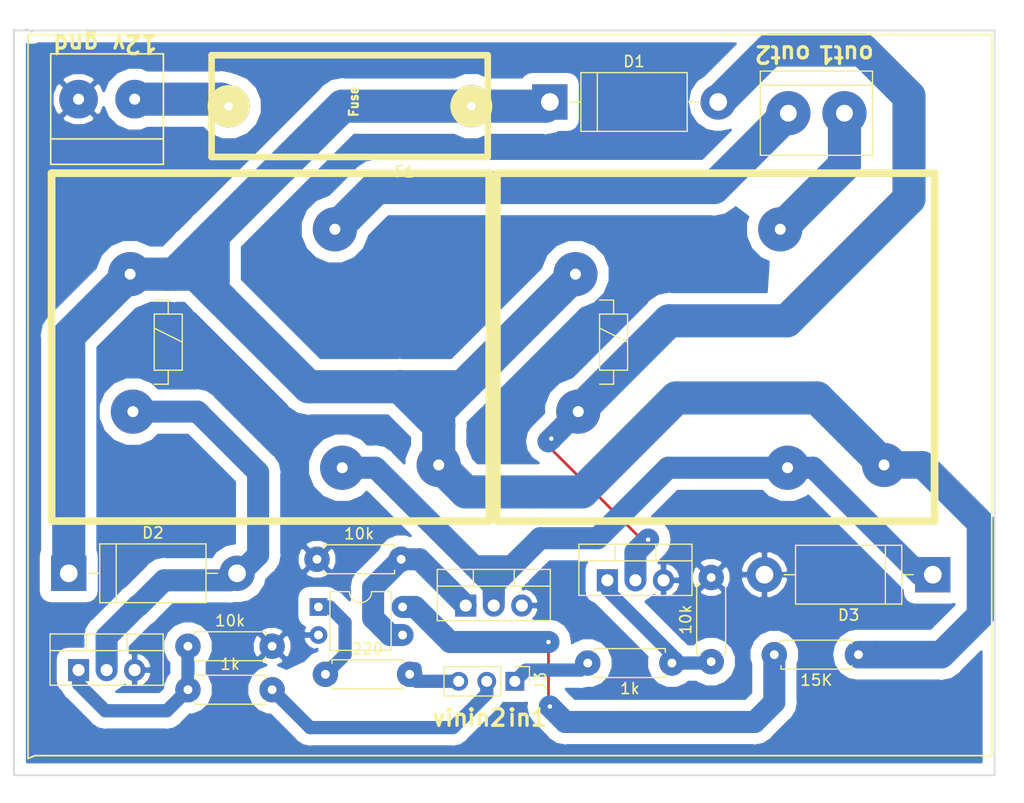
<source format=kicad_pcb>
(kicad_pcb (version 20171130) (host pcbnew "(5.0.2)-1")

  (general
    (thickness 1.6)
    (drawings 19)
    (tracks 133)
    (zones 0)
    (modules 20)
    (nets 17)
  )

  (page A4)
  (layers
    (0 F.Cu signal)
    (31 B.Cu signal)
    (32 B.Adhes user)
    (33 F.Adhes user)
    (34 B.Paste user)
    (35 F.Paste user)
    (36 B.SilkS user)
    (37 F.SilkS user)
    (38 B.Mask user)
    (39 F.Mask user)
    (40 Dwgs.User user)
    (41 Cmts.User user)
    (42 Eco1.User user)
    (43 Eco2.User user)
    (44 Edge.Cuts user)
    (45 Margin user)
    (46 B.CrtYd user)
    (47 F.CrtYd user)
    (48 B.Fab user)
    (49 F.Fab user)
  )

  (setup
    (last_trace_width 0.25)
    (user_trace_width 1)
    (user_trace_width 1.2)
    (user_trace_width 1.8)
    (user_trace_width 2)
    (user_trace_width 2.5)
    (user_trace_width 2.6)
    (user_trace_width 3)
    (trace_clearance 0.2)
    (zone_clearance 1)
    (zone_45_only no)
    (trace_min 0.2)
    (segment_width 0.5)
    (edge_width 0.15)
    (via_size 0.8)
    (via_drill 0.4)
    (via_min_size 0.4)
    (via_min_drill 0.3)
    (uvia_size 0.3)
    (uvia_drill 0.1)
    (uvias_allowed no)
    (uvia_min_size 0.2)
    (uvia_min_drill 0.1)
    (pcb_text_width 0.3)
    (pcb_text_size 1.5 1.5)
    (mod_edge_width 0.15)
    (mod_text_size 1 1)
    (mod_text_width 0.15)
    (pad_size 3.2 3.2)
    (pad_drill 1.6)
    (pad_to_mask_clearance 0.051)
    (solder_mask_min_width 0.25)
    (aux_axis_origin 0 0)
    (visible_elements 7FFFFFFF)
    (pcbplotparams
      (layerselection 0x010fc_ffffffff)
      (usegerberextensions false)
      (usegerberattributes false)
      (usegerberadvancedattributes false)
      (creategerberjobfile false)
      (excludeedgelayer true)
      (linewidth 0.100000)
      (plotframeref false)
      (viasonmask false)
      (mode 1)
      (useauxorigin false)
      (hpglpennumber 1)
      (hpglpenspeed 20)
      (hpglpendiameter 15.000000)
      (psnegative false)
      (psa4output false)
      (plotreference true)
      (plotvalue true)
      (plotinvisibletext false)
      (padsonsilk false)
      (subtractmaskfromsilk false)
      (outputformat 1)
      (mirror false)
      (drillshape 1)
      (scaleselection 1)
      (outputdirectory ""))
  )

  (net 0 "")
  (net 1 /12V)
  (net 2 "Net-(D1-Pad1)")
  (net 3 "Net-(D2-Pad1)")
  (net 4 GND)
  (net 5 /mos)
  (net 6 /out1)
  (net 7 /out2)
  (net 8 /in1)
  (net 9 /in2)
  (net 10 /vin)
  (net 11 "Net-(Q1-Pad1)")
  (net 12 "Net-(Q2-Pad1)")
  (net 13 "Net-(Q3-Pad1)")
  (net 14 "Net-(R5-Pad1)")
  (net 15 "Net-(R6-Pad2)")
  (net 16 "Net-(F1-Pad1)")

  (net_class Default "This is the default net class."
    (clearance 0.2)
    (trace_width 0.25)
    (via_dia 0.8)
    (via_drill 0.4)
    (uvia_dia 0.3)
    (uvia_drill 0.1)
    (add_net /12V)
    (add_net /in1)
    (add_net /in2)
    (add_net /mos)
    (add_net /out1)
    (add_net /out2)
    (add_net /vin)
    (add_net GND)
    (add_net "Net-(D1-Pad1)")
    (add_net "Net-(D2-Pad1)")
    (add_net "Net-(F1-Pad1)")
    (add_net "Net-(Q1-Pad1)")
    (add_net "Net-(Q2-Pad1)")
    (add_net "Net-(Q3-Pad1)")
    (add_net "Net-(R5-Pad1)")
    (add_net "Net-(R6-Pad2)")
  )

  (module modFiles:Resistor_small (layer F.Cu) (tedit 5E1F65C0) (tstamp 5E2BF234)
    (at 123.698 115.57)
    (descr "Resistor, Axial_DIN0207 series, Axial, Horizontal, pin pitch=7.62mm, 0.25W = 1/4W, length*diameter=6.3*2.5mm^2, http://cdn-reichelt.de/documents/datenblatt/B400/1_4W%23YAG.pdf")
    (tags "Resistor Axial_DIN0207 series Axial Horizontal pin pitch 7.62mm 0.25W = 1/4W length 6.3mm diameter 2.5mm")
    (path /5E1EC746)
    (fp_text reference 10k (at 3.81 -2.31) (layer F.SilkS)
      (effects (font (size 1 1) (thickness 0.15)))
    )
    (fp_text value R (at 3.81 2.31) (layer F.Fab)
      (effects (font (size 1 1) (thickness 0.15)))
    )
    (fp_line (start 0.66 -1.25) (end 0.66 1.25) (layer F.Fab) (width 0.1))
    (fp_line (start 0.66 1.25) (end 6.96 1.25) (layer F.Fab) (width 0.1))
    (fp_line (start 6.96 1.25) (end 6.96 -1.25) (layer F.Fab) (width 0.1))
    (fp_line (start 6.96 -1.25) (end 0.66 -1.25) (layer F.Fab) (width 0.1))
    (fp_line (start 0 0) (end 0.66 0) (layer F.Fab) (width 0.1))
    (fp_line (start 7.62 0) (end 6.96 0) (layer F.Fab) (width 0.1))
    (fp_line (start 0.6 -0.98) (end 0.6 -1.31) (layer F.SilkS) (width 0.12))
    (fp_line (start 0.6 -1.31) (end 7.02 -1.31) (layer F.SilkS) (width 0.12))
    (fp_line (start 7.02 -1.31) (end 7.02 -0.98) (layer F.SilkS) (width 0.12))
    (fp_line (start 0.6 0.98) (end 0.6 1.31) (layer F.SilkS) (width 0.12))
    (fp_line (start 0.6 1.31) (end 7.02 1.31) (layer F.SilkS) (width 0.12))
    (fp_line (start 7.02 1.31) (end 7.02 0.98) (layer F.SilkS) (width 0.12))
    (fp_line (start -1.05 -1.6) (end -1.05 1.6) (layer F.CrtYd) (width 0.05))
    (fp_line (start -1.05 1.6) (end 8.7 1.6) (layer F.CrtYd) (width 0.05))
    (fp_line (start 8.7 1.6) (end 8.7 -1.6) (layer F.CrtYd) (width 0.05))
    (fp_line (start 8.7 -1.6) (end -1.05 -1.6) (layer F.CrtYd) (width 0.05))
    (pad 1 thru_hole circle (at 0 0) (size 2.3 2.3) (drill 0.8) (layers *.Cu *.Mask)
      (net 12 "Net-(Q2-Pad1)"))
    (pad 2 thru_hole circle (at 7.62 0) (size 2.3 2.3) (drill 0.8) (layers *.Cu *.Mask)
      (net 4 GND))
    (model _3D/Used/R_Axial_DIN0207_L6.3mm_D2.5mm_P7.62mm_Horizontal.wrl
      (at (xyz 0 0 0))
      (scale (xyz 0.393701 0.393701 0.393701))
      (rotate (xyz 0 0 0))
    )
  )

  (module modFiles:Diode_Medium (layer F.Cu) (tedit 5E1F5567) (tstamp 5E2BF115)
    (at 156.464 66.294)
    (descr "D, DO-201AD series, Axial, Horizontal, pin pitch=15.24mm, , length*diameter=9.5*5.2mm^2, , http://www.diodes.com/_files/packages/DO-201AD.pdf")
    (tags "D DO-201AD series Axial Horizontal pin pitch 15.24mm  length 9.5mm diameter 5.2mm")
    (path /5E1EBC29)
    (fp_text reference D1 (at 7.62 -3.66) (layer F.SilkS)
      (effects (font (size 1 1) (thickness 0.15)))
    )
    (fp_text value DIODE (at 7.62 3.66) (layer F.Fab)
      (effects (font (size 1 1) (thickness 0.15)))
    )
    (fp_line (start 17.1 -2.95) (end -1.85 -2.95) (layer F.CrtYd) (width 0.05))
    (fp_line (start 17.1 2.95) (end 17.1 -2.95) (layer F.CrtYd) (width 0.05))
    (fp_line (start -1.85 2.95) (end 17.1 2.95) (layer F.CrtYd) (width 0.05))
    (fp_line (start -1.85 -2.95) (end -1.85 2.95) (layer F.CrtYd) (width 0.05))
    (fp_line (start 4.295 -2.66) (end 4.295 2.66) (layer F.SilkS) (width 0.12))
    (fp_line (start 13.46 0) (end 12.43 0) (layer F.SilkS) (width 0.12))
    (fp_line (start 1.78 0) (end 2.81 0) (layer F.SilkS) (width 0.12))
    (fp_line (start 12.43 -2.66) (end 2.81 -2.66) (layer F.SilkS) (width 0.12))
    (fp_line (start 12.43 2.66) (end 12.43 -2.66) (layer F.SilkS) (width 0.12))
    (fp_line (start 2.81 2.66) (end 12.43 2.66) (layer F.SilkS) (width 0.12))
    (fp_line (start 2.81 -2.66) (end 2.81 2.66) (layer F.SilkS) (width 0.12))
    (fp_line (start 4.295 -2.6) (end 4.295 2.6) (layer F.Fab) (width 0.1))
    (fp_line (start 15.24 0) (end 12.37 0) (layer F.Fab) (width 0.1))
    (fp_line (start 0 0) (end 2.87 0) (layer F.Fab) (width 0.1))
    (fp_line (start 12.37 -2.6) (end 2.87 -2.6) (layer F.Fab) (width 0.1))
    (fp_line (start 12.37 2.6) (end 12.37 -2.6) (layer F.Fab) (width 0.1))
    (fp_line (start 2.87 2.6) (end 12.37 2.6) (layer F.Fab) (width 0.1))
    (fp_line (start 2.87 -2.6) (end 2.87 2.6) (layer F.Fab) (width 0.1))
    (pad 1 thru_hole oval (at 15.24 0) (size 3.2 3.2) (drill 1.6) (layers *.Cu *.Mask)
      (net 2 "Net-(D1-Pad1)"))
    (pad 2 thru_hole rect (at 0 0) (size 3.2 3.2) (drill 1.6) (layers *.Cu *.Mask)
      (net 1 /12V))
    (model _3D/Used/D_DO-15_P10.16mm_Horizontal.wrl
      (at (xyz 0 0 0))
      (scale (xyz 0.6 0.6 0.6))
      (rotate (xyz 0 0 0))
    )
  )

  (module modFiles:Diode_Medium (layer F.Cu) (tedit 5E1F557E) (tstamp 5E2BF12D)
    (at 112.903 108.966)
    (descr "D, DO-201AD series, Axial, Horizontal, pin pitch=15.24mm, , length*diameter=9.5*5.2mm^2, , http://www.diodes.com/_files/packages/DO-201AD.pdf")
    (tags "D DO-201AD series Axial Horizontal pin pitch 15.24mm  length 9.5mm diameter 5.2mm")
    (path /5E1EBC77)
    (fp_text reference D2 (at 7.62 -3.66) (layer F.SilkS)
      (effects (font (size 1 1) (thickness 0.15)))
    )
    (fp_text value DIODE (at 7.62 3.66) (layer F.Fab)
      (effects (font (size 1 1) (thickness 0.15)))
    )
    (fp_line (start 2.87 -2.6) (end 2.87 2.6) (layer F.Fab) (width 0.1))
    (fp_line (start 2.87 2.6) (end 12.37 2.6) (layer F.Fab) (width 0.1))
    (fp_line (start 12.37 2.6) (end 12.37 -2.6) (layer F.Fab) (width 0.1))
    (fp_line (start 12.37 -2.6) (end 2.87 -2.6) (layer F.Fab) (width 0.1))
    (fp_line (start 0 0) (end 2.87 0) (layer F.Fab) (width 0.1))
    (fp_line (start 15.24 0) (end 12.37 0) (layer F.Fab) (width 0.1))
    (fp_line (start 4.295 -2.6) (end 4.295 2.6) (layer F.Fab) (width 0.1))
    (fp_line (start 2.81 -2.66) (end 2.81 2.66) (layer F.SilkS) (width 0.12))
    (fp_line (start 2.81 2.66) (end 12.43 2.66) (layer F.SilkS) (width 0.12))
    (fp_line (start 12.43 2.66) (end 12.43 -2.66) (layer F.SilkS) (width 0.12))
    (fp_line (start 12.43 -2.66) (end 2.81 -2.66) (layer F.SilkS) (width 0.12))
    (fp_line (start 1.78 0) (end 2.81 0) (layer F.SilkS) (width 0.12))
    (fp_line (start 13.46 0) (end 12.43 0) (layer F.SilkS) (width 0.12))
    (fp_line (start 4.295 -2.66) (end 4.295 2.66) (layer F.SilkS) (width 0.12))
    (fp_line (start -1.85 -2.95) (end -1.85 2.95) (layer F.CrtYd) (width 0.05))
    (fp_line (start -1.85 2.95) (end 17.1 2.95) (layer F.CrtYd) (width 0.05))
    (fp_line (start 17.1 2.95) (end 17.1 -2.95) (layer F.CrtYd) (width 0.05))
    (fp_line (start 17.1 -2.95) (end -1.85 -2.95) (layer F.CrtYd) (width 0.05))
    (pad 2 thru_hole rect (at 0 0) (size 3.2 3.2) (drill 1.6) (layers *.Cu *.Mask)
      (net 1 /12V))
    (pad 1 thru_hole oval (at 15.24 0) (size 3.2 3.2) (drill 1.6) (layers *.Cu *.Mask)
      (net 3 "Net-(D2-Pad1)"))
    (model _3D/Used/D_DO-15_P10.16mm_Horizontal.wrl
      (at (xyz 0 0 0))
      (scale (xyz 0.6 0.6 0.6))
      (rotate (xyz 0 0 0))
    )
  )

  (module modFiles:Diode_Medium (layer F.Cu) (tedit 5E1F5599) (tstamp 5E2BF145)
    (at 191.135 109.093 180)
    (descr "D, DO-201AD series, Axial, Horizontal, pin pitch=15.24mm, , length*diameter=9.5*5.2mm^2, , http://www.diodes.com/_files/packages/DO-201AD.pdf")
    (tags "D DO-201AD series Axial Horizontal pin pitch 15.24mm  length 9.5mm diameter 5.2mm")
    (path /5E1EFE70)
    (fp_text reference D3 (at 7.62 -3.66 180) (layer F.SilkS)
      (effects (font (size 1 1) (thickness 0.15)))
    )
    (fp_text value DIODE (at 7.62 3.66 180) (layer F.Fab)
      (effects (font (size 1 1) (thickness 0.15)))
    )
    (fp_line (start 2.87 -2.6) (end 2.87 2.6) (layer F.Fab) (width 0.1))
    (fp_line (start 2.87 2.6) (end 12.37 2.6) (layer F.Fab) (width 0.1))
    (fp_line (start 12.37 2.6) (end 12.37 -2.6) (layer F.Fab) (width 0.1))
    (fp_line (start 12.37 -2.6) (end 2.87 -2.6) (layer F.Fab) (width 0.1))
    (fp_line (start 0 0) (end 2.87 0) (layer F.Fab) (width 0.1))
    (fp_line (start 15.24 0) (end 12.37 0) (layer F.Fab) (width 0.1))
    (fp_line (start 4.295 -2.6) (end 4.295 2.6) (layer F.Fab) (width 0.1))
    (fp_line (start 2.81 -2.66) (end 2.81 2.66) (layer F.SilkS) (width 0.12))
    (fp_line (start 2.81 2.66) (end 12.43 2.66) (layer F.SilkS) (width 0.12))
    (fp_line (start 12.43 2.66) (end 12.43 -2.66) (layer F.SilkS) (width 0.12))
    (fp_line (start 12.43 -2.66) (end 2.81 -2.66) (layer F.SilkS) (width 0.12))
    (fp_line (start 1.78 0) (end 2.81 0) (layer F.SilkS) (width 0.12))
    (fp_line (start 13.46 0) (end 12.43 0) (layer F.SilkS) (width 0.12))
    (fp_line (start 4.295 -2.66) (end 4.295 2.66) (layer F.SilkS) (width 0.12))
    (fp_line (start -1.85 -2.95) (end -1.85 2.95) (layer F.CrtYd) (width 0.05))
    (fp_line (start -1.85 2.95) (end 17.1 2.95) (layer F.CrtYd) (width 0.05))
    (fp_line (start 17.1 2.95) (end 17.1 -2.95) (layer F.CrtYd) (width 0.05))
    (fp_line (start 17.1 -2.95) (end -1.85 -2.95) (layer F.CrtYd) (width 0.05))
    (pad 2 thru_hole rect (at 0 0 180) (size 3.2 3.2) (drill 1.6) (layers *.Cu *.Mask)
      (net 5 /mos))
    (pad 1 thru_hole oval (at 15.24 0 180) (size 3.2 3.2) (drill 1.6) (layers *.Cu *.Mask)
      (net 4 GND))
    (model _3D/Used/D_DO-15_P10.16mm_Horizontal.wrl
      (at (xyz 0 0 0))
      (scale (xyz 0.6 0.6 0.6))
      (rotate (xyz 0 0 0))
    )
  )

  (module modFiles:Fuse_Holder (layer F.Cu) (tedit 5ADE0D9F) (tstamp 5E2BF14F)
    (at 138.557 66.167 180)
    (path /5E1ED09C)
    (fp_text reference F1 (at -4.7371 -6.4516 180) (layer F.SilkS)
      (effects (font (size 1 1) (thickness 0.15)))
    )
    (fp_text value Fuse (at -0.154 -0.098 270) (layer F.SilkS)
      (effects (font (size 0.8 0.8) (thickness 0.2)))
    )
    (fp_line (start -12.2809 -5.1054) (end 12.7191 -5.1054) (layer F.SilkS) (width 0.6))
    (fp_line (start 12.7191 -5.1054) (end 12.7191 4.1046) (layer F.SilkS) (width 0.6))
    (fp_line (start 12.7191 4.1046) (end -12.2809 4.1046) (layer F.SilkS) (width 0.6))
    (fp_line (start -12.2809 4.1046) (end -12.2809 -5.1054) (layer F.SilkS) (width 0.6))
    (pad 1 thru_hole circle (at 11.176 -0.508 270) (size 3.81 3.81) (drill 0.762) (layers *.Cu *.Mask F.SilkS)
      (net 16 "Net-(F1-Pad1)"))
    (pad 2 thru_hole circle (at -10.795 -0.508 270) (size 3.81 3.81) (drill 0.762) (layers *.Cu *.Mask F.SilkS)
      (net 1 /12V))
    (model _3D/Used/fuse_cq-200c.wrl
      (offset (xyz 0 0.5079999923706054 0))
      (scale (xyz 1 1 1))
      (rotate (xyz 0 0 90))
    )
  )

  (module modFiles:Connector_Bornier_2 (layer F.Cu) (tedit 5E1F688E) (tstamp 5E2BF163)
    (at 118.872 66.04 180)
    (descr "Bornier d'alimentation 2 pins")
    (tags DEV)
    (path /5E1ECD70)
    (fp_text reference J1 (at 2.4 -7 180) (layer F.SilkS) hide
      (effects (font (size 1 1) (thickness 0.15)))
    )
    (fp_text value Conn_01x02 (at 2.54 5.08 180) (layer F.Fab)
      (effects (font (size 1 1) (thickness 0.15)))
    )
    (fp_line (start -2.5 -5.8) (end -2.5 -3.7) (layer F.Fab) (width 0.15))
    (fp_line (start -2.5 -3.7) (end 7.5 -3.7) (layer F.Fab) (width 0.15))
    (fp_line (start 7.5 -3.7) (end 7.5 -5.8) (layer F.Fab) (width 0.15))
    (fp_line (start 7.5 -5.8) (end -2.5 -5.8) (layer F.Fab) (width 0.15))
    (fp_line (start -2.5 -3.6) (end 7.5 -3.6) (layer F.SilkS) (width 0.15))
    (fp_line (start 7.6 3.7) (end 7.6 -3.3) (layer F.SilkS) (width 0.15))
    (fp_line (start -2.6 3.7) (end -2.6 4.1) (layer F.SilkS) (width 0.15))
    (fp_line (start -2.6 4.1) (end 7.6 4.1) (layer F.SilkS) (width 0.15))
    (fp_line (start 7.6 4.1) (end 7.6 3.6) (layer F.SilkS) (width 0.15))
    (fp_line (start -2.6 3.8) (end -2.6 -5.9) (layer F.SilkS) (width 0.15))
    (fp_line (start -2.6 -5.9) (end 0.1 -5.9) (layer F.SilkS) (width 0.15))
    (fp_line (start 0 -5.9) (end 7.6 -5.9) (layer F.SilkS) (width 0.15))
    (fp_line (start 7.6 -5.9) (end 7.6 -3.8) (layer F.SilkS) (width 0.15))
    (fp_line (start 7.6 -3.8) (end 7.6 -3.2) (layer F.SilkS) (width 0.15))
    (pad 1 thru_hole circle (at 0 0 180) (size 3.5 3.5) (drill 1) (layers *.Cu *.Mask)
      (net 16 "Net-(F1-Pad1)"))
    (pad 2 thru_hole circle (at 5.08 0 180) (size 3.5 3.5) (drill 1) (layers *.Cu *.Mask)
      (net 4 GND))
    (model _3D/Used/Pheonix_MKDS1.5-2pol.wrl
      (offset (xyz 2.539999961853027 0 0))
      (scale (xyz 1 1 1))
      (rotate (xyz 0 0 0))
    )
  )

  (module modFiles:bornier2 (layer F.Cu) (tedit 5E1F6894) (tstamp 5E2BF177)
    (at 183.134 67.31 180)
    (descr "Bornier d'alimentation 2 pins")
    (tags DEV)
    (path /5E1ECC67)
    (fp_text reference J2 (at 2.62 -4.92 180) (layer F.SilkS) hide
      (effects (font (size 1 1) (thickness 0.15)))
    )
    (fp_text value Conn_01x02 (at 2.3 9.4) (layer F.Fab)
      (effects (font (size 1 1) (thickness 0.15)))
    )
    (fp_line (start -2.41 2.55) (end 7.49 2.55) (layer F.Fab) (width 0.1))
    (fp_line (start -2.46 -3.75) (end -2.46 3.75) (layer F.Fab) (width 0.1))
    (fp_line (start -2.46 3.75) (end 7.54 3.75) (layer F.Fab) (width 0.1))
    (fp_line (start 7.54 3.75) (end 7.54 -3.75) (layer F.Fab) (width 0.1))
    (fp_line (start 7.54 -3.75) (end -2.46 -3.75) (layer F.Fab) (width 0.1))
    (fp_line (start 7.62 2.54) (end -2.54 2.54) (layer F.SilkS) (width 0.12))
    (fp_line (start 7.62 3.81) (end 7.62 -3.81) (layer F.SilkS) (width 0.12))
    (fp_line (start 7.62 -3.81) (end -2.54 -3.81) (layer F.SilkS) (width 0.12))
    (fp_line (start -2.54 -3.81) (end -2.54 3.81) (layer F.SilkS) (width 0.12))
    (fp_line (start -2.54 3.81) (end 7.62 3.81) (layer F.SilkS) (width 0.12))
    (fp_line (start -2.71 -4) (end 7.79 -4) (layer F.CrtYd) (width 0.05))
    (fp_line (start -2.71 -4) (end -2.71 4) (layer F.CrtYd) (width 0.05))
    (fp_line (start 7.79 4) (end 7.79 -4) (layer F.CrtYd) (width 0.05))
    (fp_line (start 7.79 4) (end -2.71 4) (layer F.CrtYd) (width 0.05))
    (pad 1 thru_hole circle (at 0 0 180) (size 4 4) (drill 1.52) (layers *.Cu *.Mask)
      (net 6 /out1))
    (pad 2 thru_hole circle (at 5.08 0 180) (size 4 4) (drill 1.52) (layers *.Cu *.Mask)
      (net 7 /out2))
    (model ${KISYS3DMOD}/Connectors.3dshapes/bornier2.wrl
      (at (xyz 0 0 0))
      (scale (xyz 1 1 1))
      (rotate (xyz 0 0 0))
    )
  )

  (module Connector_PinHeader_2.54mm:PinHeader_1x03_P2.54mm_Vertical (layer F.Cu) (tedit 59FED5CC) (tstamp 5E2BF18E)
    (at 153.289 118.745 270)
    (descr "Through hole straight pin header, 1x03, 2.54mm pitch, single row")
    (tags "Through hole pin header THT 1x03 2.54mm single row")
    (path /5E1ECCF1)
    (fp_text reference J3 (at 0 -2.33 270) (layer F.SilkS)
      (effects (font (size 1 1) (thickness 0.15)))
    )
    (fp_text value Conn_01x03 (at 0 7.41 270) (layer F.Fab)
      (effects (font (size 1 1) (thickness 0.15)))
    )
    (fp_line (start -0.635 -1.27) (end 1.27 -1.27) (layer F.Fab) (width 0.1))
    (fp_line (start 1.27 -1.27) (end 1.27 6.35) (layer F.Fab) (width 0.1))
    (fp_line (start 1.27 6.35) (end -1.27 6.35) (layer F.Fab) (width 0.1))
    (fp_line (start -1.27 6.35) (end -1.27 -0.635) (layer F.Fab) (width 0.1))
    (fp_line (start -1.27 -0.635) (end -0.635 -1.27) (layer F.Fab) (width 0.1))
    (fp_line (start -1.33 6.41) (end 1.33 6.41) (layer F.SilkS) (width 0.12))
    (fp_line (start -1.33 1.27) (end -1.33 6.41) (layer F.SilkS) (width 0.12))
    (fp_line (start 1.33 1.27) (end 1.33 6.41) (layer F.SilkS) (width 0.12))
    (fp_line (start -1.33 1.27) (end 1.33 1.27) (layer F.SilkS) (width 0.12))
    (fp_line (start -1.33 0) (end -1.33 -1.33) (layer F.SilkS) (width 0.12))
    (fp_line (start -1.33 -1.33) (end 0 -1.33) (layer F.SilkS) (width 0.12))
    (fp_line (start -1.8 -1.8) (end -1.8 6.85) (layer F.CrtYd) (width 0.05))
    (fp_line (start -1.8 6.85) (end 1.8 6.85) (layer F.CrtYd) (width 0.05))
    (fp_line (start 1.8 6.85) (end 1.8 -1.8) (layer F.CrtYd) (width 0.05))
    (fp_line (start 1.8 -1.8) (end -1.8 -1.8) (layer F.CrtYd) (width 0.05))
    (fp_text user %R (at 0 2.54) (layer F.Fab)
      (effects (font (size 1 1) (thickness 0.15)))
    )
    (pad 1 thru_hole rect (at 0 0 270) (size 1.7 1.7) (drill 1) (layers *.Cu *.Mask)
      (net 8 /in1))
    (pad 2 thru_hole oval (at 0 2.54 270) (size 1.7 1.7) (drill 1) (layers *.Cu *.Mask)
      (net 9 /in2))
    (pad 3 thru_hole oval (at 0 5.08 270) (size 1.7 1.7) (drill 1) (layers *.Cu *.Mask)
      (net 10 /vin))
    (model ${KISYS3DMOD}/Connector_PinHeader_2.54mm.3dshapes/PinHeader_1x03_P2.54mm_Vertical.wrl
      (at (xyz 0 0 0))
      (scale (xyz 1 1 1))
      (rotate (xyz 0 0 0))
    )
  )

  (module Package_TO_SOT_THT:TO-220-3_Vertical (layer F.Cu) (tedit 5E1F6866) (tstamp 5E2BF1A8)
    (at 161.671 109.601)
    (descr "TO-220-3, Vertical, RM 2.54mm, see https://www.vishay.com/docs/66542/to-220-1.pdf")
    (tags "TO-220-3 Vertical RM 2.54mm")
    (path /5E1EBECB)
    (fp_text reference Q1 (at 2.54 -4.27) (layer F.SilkS) hide
      (effects (font (size 1 1) (thickness 0.15)))
    )
    (fp_text value TIP122 (at 2.54 2.5) (layer F.Fab)
      (effects (font (size 1 1) (thickness 0.15)))
    )
    (fp_text user %R (at 2.54 -4.27) (layer F.Fab)
      (effects (font (size 1 1) (thickness 0.15)))
    )
    (fp_line (start 7.79 -3.4) (end -2.71 -3.4) (layer F.CrtYd) (width 0.05))
    (fp_line (start 7.79 1.51) (end 7.79 -3.4) (layer F.CrtYd) (width 0.05))
    (fp_line (start -2.71 1.51) (end 7.79 1.51) (layer F.CrtYd) (width 0.05))
    (fp_line (start -2.71 -3.4) (end -2.71 1.51) (layer F.CrtYd) (width 0.05))
    (fp_line (start 4.391 -3.27) (end 4.391 -1.76) (layer F.SilkS) (width 0.12))
    (fp_line (start 0.69 -3.27) (end 0.69 -1.76) (layer F.SilkS) (width 0.12))
    (fp_line (start -2.58 -1.76) (end 7.66 -1.76) (layer F.SilkS) (width 0.12))
    (fp_line (start 7.66 -3.27) (end 7.66 1.371) (layer F.SilkS) (width 0.12))
    (fp_line (start -2.58 -3.27) (end -2.58 1.371) (layer F.SilkS) (width 0.12))
    (fp_line (start -2.58 1.371) (end 7.66 1.371) (layer F.SilkS) (width 0.12))
    (fp_line (start -2.58 -3.27) (end 7.66 -3.27) (layer F.SilkS) (width 0.12))
    (fp_line (start 4.39 -3.15) (end 4.39 -1.88) (layer F.Fab) (width 0.1))
    (fp_line (start 0.69 -3.15) (end 0.69 -1.88) (layer F.Fab) (width 0.1))
    (fp_line (start -2.46 -1.88) (end 7.54 -1.88) (layer F.Fab) (width 0.1))
    (fp_line (start 7.54 -3.15) (end -2.46 -3.15) (layer F.Fab) (width 0.1))
    (fp_line (start 7.54 1.25) (end 7.54 -3.15) (layer F.Fab) (width 0.1))
    (fp_line (start -2.46 1.25) (end 7.54 1.25) (layer F.Fab) (width 0.1))
    (fp_line (start -2.46 -3.15) (end -2.46 1.25) (layer F.Fab) (width 0.1))
    (pad 3 thru_hole oval (at 5.08 0) (size 1.905 2) (drill 1.1) (layers *.Cu *.Mask)
      (net 4 GND))
    (pad 2 thru_hole oval (at 2.54 0) (size 1.905 2) (drill 1.1) (layers *.Cu *.Mask)
      (net 2 "Net-(D1-Pad1)"))
    (pad 1 thru_hole rect (at 0 0) (size 1.905 2) (drill 1.1) (layers *.Cu *.Mask)
      (net 11 "Net-(Q1-Pad1)"))
    (model ${KISYS3DMOD}/Package_TO_SOT_THT.3dshapes/TO-220-3_Vertical.wrl
      (at (xyz 0 0 0))
      (scale (xyz 1 1 1))
      (rotate (xyz 0 0 0))
    )
  )

  (module Package_TO_SOT_THT:TO-220-3_Vertical (layer F.Cu) (tedit 5E1F6880) (tstamp 5E2BF1C2)
    (at 113.792 117.729)
    (descr "TO-220-3, Vertical, RM 2.54mm, see https://www.vishay.com/docs/66542/to-220-1.pdf")
    (tags "TO-220-3 Vertical RM 2.54mm")
    (path /5E1EC740)
    (fp_text reference Q2 (at 2.54 -4.27) (layer F.SilkS) hide
      (effects (font (size 1 1) (thickness 0.15)))
    )
    (fp_text value TIP122 (at 2.54 2.5) (layer F.Fab)
      (effects (font (size 1 1) (thickness 0.15)))
    )
    (fp_line (start -2.46 -3.15) (end -2.46 1.25) (layer F.Fab) (width 0.1))
    (fp_line (start -2.46 1.25) (end 7.54 1.25) (layer F.Fab) (width 0.1))
    (fp_line (start 7.54 1.25) (end 7.54 -3.15) (layer F.Fab) (width 0.1))
    (fp_line (start 7.54 -3.15) (end -2.46 -3.15) (layer F.Fab) (width 0.1))
    (fp_line (start -2.46 -1.88) (end 7.54 -1.88) (layer F.Fab) (width 0.1))
    (fp_line (start 0.69 -3.15) (end 0.69 -1.88) (layer F.Fab) (width 0.1))
    (fp_line (start 4.39 -3.15) (end 4.39 -1.88) (layer F.Fab) (width 0.1))
    (fp_line (start -2.58 -3.27) (end 7.66 -3.27) (layer F.SilkS) (width 0.12))
    (fp_line (start -2.58 1.371) (end 7.66 1.371) (layer F.SilkS) (width 0.12))
    (fp_line (start -2.58 -3.27) (end -2.58 1.371) (layer F.SilkS) (width 0.12))
    (fp_line (start 7.66 -3.27) (end 7.66 1.371) (layer F.SilkS) (width 0.12))
    (fp_line (start -2.58 -1.76) (end 7.66 -1.76) (layer F.SilkS) (width 0.12))
    (fp_line (start 0.69 -3.27) (end 0.69 -1.76) (layer F.SilkS) (width 0.12))
    (fp_line (start 4.391 -3.27) (end 4.391 -1.76) (layer F.SilkS) (width 0.12))
    (fp_line (start -2.71 -3.4) (end -2.71 1.51) (layer F.CrtYd) (width 0.05))
    (fp_line (start -2.71 1.51) (end 7.79 1.51) (layer F.CrtYd) (width 0.05))
    (fp_line (start 7.79 1.51) (end 7.79 -3.4) (layer F.CrtYd) (width 0.05))
    (fp_line (start 7.79 -3.4) (end -2.71 -3.4) (layer F.CrtYd) (width 0.05))
    (fp_text user %R (at 2.54 -4.27) (layer F.Fab)
      (effects (font (size 1 1) (thickness 0.15)))
    )
    (pad 1 thru_hole rect (at 0 0) (size 1.905 2) (drill 1.1) (layers *.Cu *.Mask)
      (net 12 "Net-(Q2-Pad1)"))
    (pad 2 thru_hole oval (at 2.54 0) (size 1.905 2) (drill 1.1) (layers *.Cu *.Mask)
      (net 3 "Net-(D2-Pad1)"))
    (pad 3 thru_hole oval (at 5.08 0) (size 1.905 2) (drill 1.1) (layers *.Cu *.Mask)
      (net 4 GND))
    (model ${KISYS3DMOD}/Package_TO_SOT_THT.3dshapes/TO-220-3_Vertical.wrl
      (at (xyz 0 0 0))
      (scale (xyz 1 1 1))
      (rotate (xyz 0 0 0))
    )
  )

  (module Package_TO_SOT_THT:TO-220-3_Vertical (layer F.Cu) (tedit 5E1F686E) (tstamp 5E2BF1DC)
    (at 148.844 111.887)
    (descr "TO-220-3, Vertical, RM 2.54mm, see https://www.vishay.com/docs/66542/to-220-1.pdf")
    (tags "TO-220-3 Vertical RM 2.54mm")
    (path /5E1EFB01)
    (fp_text reference Q3 (at 2.54 -4.27) (layer F.SilkS) hide
      (effects (font (size 1 1) (thickness 0.15)))
    )
    (fp_text value IRF540N (at 2.54 2.5) (layer F.Fab)
      (effects (font (size 1 1) (thickness 0.15)))
    )
    (fp_line (start -2.46 -3.15) (end -2.46 1.25) (layer F.Fab) (width 0.1))
    (fp_line (start -2.46 1.25) (end 7.54 1.25) (layer F.Fab) (width 0.1))
    (fp_line (start 7.54 1.25) (end 7.54 -3.15) (layer F.Fab) (width 0.1))
    (fp_line (start 7.54 -3.15) (end -2.46 -3.15) (layer F.Fab) (width 0.1))
    (fp_line (start -2.46 -1.88) (end 7.54 -1.88) (layer F.Fab) (width 0.1))
    (fp_line (start 0.69 -3.15) (end 0.69 -1.88) (layer F.Fab) (width 0.1))
    (fp_line (start 4.39 -3.15) (end 4.39 -1.88) (layer F.Fab) (width 0.1))
    (fp_line (start -2.58 -3.27) (end 7.66 -3.27) (layer F.SilkS) (width 0.12))
    (fp_line (start -2.58 1.371) (end 7.66 1.371) (layer F.SilkS) (width 0.12))
    (fp_line (start -2.58 -3.27) (end -2.58 1.371) (layer F.SilkS) (width 0.12))
    (fp_line (start 7.66 -3.27) (end 7.66 1.371) (layer F.SilkS) (width 0.12))
    (fp_line (start -2.58 -1.76) (end 7.66 -1.76) (layer F.SilkS) (width 0.12))
    (fp_line (start 0.69 -3.27) (end 0.69 -1.76) (layer F.SilkS) (width 0.12))
    (fp_line (start 4.391 -3.27) (end 4.391 -1.76) (layer F.SilkS) (width 0.12))
    (fp_line (start -2.71 -3.4) (end -2.71 1.51) (layer F.CrtYd) (width 0.05))
    (fp_line (start -2.71 1.51) (end 7.79 1.51) (layer F.CrtYd) (width 0.05))
    (fp_line (start 7.79 1.51) (end 7.79 -3.4) (layer F.CrtYd) (width 0.05))
    (fp_line (start 7.79 -3.4) (end -2.71 -3.4) (layer F.CrtYd) (width 0.05))
    (fp_text user %R (at 2.54 -4.27) (layer F.Fab)
      (effects (font (size 1 1) (thickness 0.15)))
    )
    (pad 1 thru_hole rect (at 0 0) (size 1.905 2) (drill 1.1) (layers *.Cu *.Mask)
      (net 13 "Net-(Q3-Pad1)"))
    (pad 2 thru_hole oval (at 2.54 0) (size 1.905 2) (drill 1.1) (layers *.Cu *.Mask)
      (net 5 /mos))
    (pad 3 thru_hole oval (at 5.08 0) (size 1.905 2) (drill 1.1) (layers *.Cu *.Mask)
      (net 4 GND))
    (model ${KISYS3DMOD}/Package_TO_SOT_THT.3dshapes/TO-220-3_Vertical.wrl
      (at (xyz 0 0 0))
      (scale (xyz 1 1 1))
      (rotate (xyz 0 0 0))
    )
  )

  (module modFiles:Resistor_small (layer F.Cu) (tedit 5E1F6605) (tstamp 5E2BF1F2)
    (at 167.513 117.094 180)
    (descr "Resistor, Axial_DIN0207 series, Axial, Horizontal, pin pitch=7.62mm, 0.25W = 1/4W, length*diameter=6.3*2.5mm^2, http://cdn-reichelt.de/documents/datenblatt/B400/1_4W%23YAG.pdf")
    (tags "Resistor Axial_DIN0207 series Axial Horizontal pin pitch 7.62mm 0.25W = 1/4W length 6.3mm diameter 2.5mm")
    (path /5E1EBFA5)
    (fp_text reference 1k (at 3.81 -2.31 180) (layer F.SilkS)
      (effects (font (size 1 1) (thickness 0.15)))
    )
    (fp_text value R (at 3.81 2.31 180) (layer F.Fab)
      (effects (font (size 1 1) (thickness 0.15)))
    )
    (fp_line (start 0.66 -1.25) (end 0.66 1.25) (layer F.Fab) (width 0.1))
    (fp_line (start 0.66 1.25) (end 6.96 1.25) (layer F.Fab) (width 0.1))
    (fp_line (start 6.96 1.25) (end 6.96 -1.25) (layer F.Fab) (width 0.1))
    (fp_line (start 6.96 -1.25) (end 0.66 -1.25) (layer F.Fab) (width 0.1))
    (fp_line (start 0 0) (end 0.66 0) (layer F.Fab) (width 0.1))
    (fp_line (start 7.62 0) (end 6.96 0) (layer F.Fab) (width 0.1))
    (fp_line (start 0.6 -0.98) (end 0.6 -1.31) (layer F.SilkS) (width 0.12))
    (fp_line (start 0.6 -1.31) (end 7.02 -1.31) (layer F.SilkS) (width 0.12))
    (fp_line (start 7.02 -1.31) (end 7.02 -0.98) (layer F.SilkS) (width 0.12))
    (fp_line (start 0.6 0.98) (end 0.6 1.31) (layer F.SilkS) (width 0.12))
    (fp_line (start 0.6 1.31) (end 7.02 1.31) (layer F.SilkS) (width 0.12))
    (fp_line (start 7.02 1.31) (end 7.02 0.98) (layer F.SilkS) (width 0.12))
    (fp_line (start -1.05 -1.6) (end -1.05 1.6) (layer F.CrtYd) (width 0.05))
    (fp_line (start -1.05 1.6) (end 8.7 1.6) (layer F.CrtYd) (width 0.05))
    (fp_line (start 8.7 1.6) (end 8.7 -1.6) (layer F.CrtYd) (width 0.05))
    (fp_line (start 8.7 -1.6) (end -1.05 -1.6) (layer F.CrtYd) (width 0.05))
    (pad 1 thru_hole circle (at 0 0 180) (size 2.3 2.3) (drill 0.8) (layers *.Cu *.Mask)
      (net 11 "Net-(Q1-Pad1)"))
    (pad 2 thru_hole circle (at 7.62 0 180) (size 2.3 2.3) (drill 0.8) (layers *.Cu *.Mask)
      (net 8 /in1))
    (model _3D/Used/R_Axial_DIN0207_L6.3mm_D2.5mm_P7.62mm_Horizontal.wrl
      (at (xyz 0 0 0))
      (scale (xyz 0.393701 0.393701 0.393701))
      (rotate (xyz 0 0 0))
    )
  )

  (module modFiles:Resistor_small (layer F.Cu) (tedit 5E1F660F) (tstamp 5E2BF208)
    (at 171.069 116.967 90)
    (descr "Resistor, Axial_DIN0207 series, Axial, Horizontal, pin pitch=7.62mm, 0.25W = 1/4W, length*diameter=6.3*2.5mm^2, http://cdn-reichelt.de/documents/datenblatt/B400/1_4W%23YAG.pdf")
    (tags "Resistor Axial_DIN0207 series Axial Horizontal pin pitch 7.62mm 0.25W = 1/4W length 6.3mm diameter 2.5mm")
    (path /5E1EBF47)
    (fp_text reference 10k (at 3.81 -2.31 90) (layer F.SilkS)
      (effects (font (size 1 1) (thickness 0.15)))
    )
    (fp_text value R (at 3.81 2.31 90) (layer F.Fab)
      (effects (font (size 1 1) (thickness 0.15)))
    )
    (fp_line (start 8.7 -1.6) (end -1.05 -1.6) (layer F.CrtYd) (width 0.05))
    (fp_line (start 8.7 1.6) (end 8.7 -1.6) (layer F.CrtYd) (width 0.05))
    (fp_line (start -1.05 1.6) (end 8.7 1.6) (layer F.CrtYd) (width 0.05))
    (fp_line (start -1.05 -1.6) (end -1.05 1.6) (layer F.CrtYd) (width 0.05))
    (fp_line (start 7.02 1.31) (end 7.02 0.98) (layer F.SilkS) (width 0.12))
    (fp_line (start 0.6 1.31) (end 7.02 1.31) (layer F.SilkS) (width 0.12))
    (fp_line (start 0.6 0.98) (end 0.6 1.31) (layer F.SilkS) (width 0.12))
    (fp_line (start 7.02 -1.31) (end 7.02 -0.98) (layer F.SilkS) (width 0.12))
    (fp_line (start 0.6 -1.31) (end 7.02 -1.31) (layer F.SilkS) (width 0.12))
    (fp_line (start 0.6 -0.98) (end 0.6 -1.31) (layer F.SilkS) (width 0.12))
    (fp_line (start 7.62 0) (end 6.96 0) (layer F.Fab) (width 0.1))
    (fp_line (start 0 0) (end 0.66 0) (layer F.Fab) (width 0.1))
    (fp_line (start 6.96 -1.25) (end 0.66 -1.25) (layer F.Fab) (width 0.1))
    (fp_line (start 6.96 1.25) (end 6.96 -1.25) (layer F.Fab) (width 0.1))
    (fp_line (start 0.66 1.25) (end 6.96 1.25) (layer F.Fab) (width 0.1))
    (fp_line (start 0.66 -1.25) (end 0.66 1.25) (layer F.Fab) (width 0.1))
    (pad 2 thru_hole circle (at 7.62 0 90) (size 2.3 2.3) (drill 0.8) (layers *.Cu *.Mask)
      (net 4 GND))
    (pad 1 thru_hole circle (at 0 0 90) (size 2.3 2.3) (drill 0.8) (layers *.Cu *.Mask)
      (net 11 "Net-(Q1-Pad1)"))
    (model _3D/Used/R_Axial_DIN0207_L6.3mm_D2.5mm_P7.62mm_Horizontal.wrl
      (at (xyz 0 0 0))
      (scale (xyz 0.393701 0.393701 0.393701))
      (rotate (xyz 0 0 0))
    )
  )

  (module modFiles:Resistor_small (layer F.Cu) (tedit 5E1F65B9) (tstamp 5E2BF21E)
    (at 123.698 119.507)
    (descr "Resistor, Axial_DIN0207 series, Axial, Horizontal, pin pitch=7.62mm, 0.25W = 1/4W, length*diameter=6.3*2.5mm^2, http://cdn-reichelt.de/documents/datenblatt/B400/1_4W%23YAG.pdf")
    (tags "Resistor Axial_DIN0207 series Axial Horizontal pin pitch 7.62mm 0.25W = 1/4W length 6.3mm diameter 2.5mm")
    (path /5E1EC74C)
    (fp_text reference 1k (at 3.81 -2.31) (layer F.SilkS)
      (effects (font (size 1 1) (thickness 0.15)))
    )
    (fp_text value R (at 3.81 2.31) (layer F.Fab)
      (effects (font (size 1 1) (thickness 0.15)))
    )
    (fp_line (start 8.7 -1.6) (end -1.05 -1.6) (layer F.CrtYd) (width 0.05))
    (fp_line (start 8.7 1.6) (end 8.7 -1.6) (layer F.CrtYd) (width 0.05))
    (fp_line (start -1.05 1.6) (end 8.7 1.6) (layer F.CrtYd) (width 0.05))
    (fp_line (start -1.05 -1.6) (end -1.05 1.6) (layer F.CrtYd) (width 0.05))
    (fp_line (start 7.02 1.31) (end 7.02 0.98) (layer F.SilkS) (width 0.12))
    (fp_line (start 0.6 1.31) (end 7.02 1.31) (layer F.SilkS) (width 0.12))
    (fp_line (start 0.6 0.98) (end 0.6 1.31) (layer F.SilkS) (width 0.12))
    (fp_line (start 7.02 -1.31) (end 7.02 -0.98) (layer F.SilkS) (width 0.12))
    (fp_line (start 0.6 -1.31) (end 7.02 -1.31) (layer F.SilkS) (width 0.12))
    (fp_line (start 0.6 -0.98) (end 0.6 -1.31) (layer F.SilkS) (width 0.12))
    (fp_line (start 7.62 0) (end 6.96 0) (layer F.Fab) (width 0.1))
    (fp_line (start 0 0) (end 0.66 0) (layer F.Fab) (width 0.1))
    (fp_line (start 6.96 -1.25) (end 0.66 -1.25) (layer F.Fab) (width 0.1))
    (fp_line (start 6.96 1.25) (end 6.96 -1.25) (layer F.Fab) (width 0.1))
    (fp_line (start 0.66 1.25) (end 6.96 1.25) (layer F.Fab) (width 0.1))
    (fp_line (start 0.66 -1.25) (end 0.66 1.25) (layer F.Fab) (width 0.1))
    (pad 2 thru_hole circle (at 7.62 0) (size 2.3 2.3) (drill 0.8) (layers *.Cu *.Mask)
      (net 9 /in2))
    (pad 1 thru_hole circle (at 0 0) (size 2.3 2.3) (drill 0.8) (layers *.Cu *.Mask)
      (net 12 "Net-(Q2-Pad1)"))
    (model _3D/Used/R_Axial_DIN0207_L6.3mm_D2.5mm_P7.62mm_Horizontal.wrl
      (at (xyz 0 0 0))
      (scale (xyz 0.393701 0.393701 0.393701))
      (rotate (xyz 0 0 0))
    )
  )

  (module modFiles:Resistor_small (layer F.Cu) (tedit 5E1F65F3) (tstamp 5E2BF24A)
    (at 136.144 118.11)
    (descr "Resistor, Axial_DIN0207 series, Axial, Horizontal, pin pitch=7.62mm, 0.25W = 1/4W, length*diameter=6.3*2.5mm^2, http://cdn-reichelt.de/documents/datenblatt/B400/1_4W%23YAG.pdf")
    (tags "Resistor Axial_DIN0207 series Axial Horizontal pin pitch 7.62mm 0.25W = 1/4W length 6.3mm diameter 2.5mm")
    (path /5E1EEC5C)
    (fp_text reference 220 (at 3.81 -2.31) (layer F.SilkS)
      (effects (font (size 1 1) (thickness 0.15)))
    )
    (fp_text value R (at 3.81 2.31) (layer F.Fab)
      (effects (font (size 1 1) (thickness 0.15)))
    )
    (fp_line (start 0.66 -1.25) (end 0.66 1.25) (layer F.Fab) (width 0.1))
    (fp_line (start 0.66 1.25) (end 6.96 1.25) (layer F.Fab) (width 0.1))
    (fp_line (start 6.96 1.25) (end 6.96 -1.25) (layer F.Fab) (width 0.1))
    (fp_line (start 6.96 -1.25) (end 0.66 -1.25) (layer F.Fab) (width 0.1))
    (fp_line (start 0 0) (end 0.66 0) (layer F.Fab) (width 0.1))
    (fp_line (start 7.62 0) (end 6.96 0) (layer F.Fab) (width 0.1))
    (fp_line (start 0.6 -0.98) (end 0.6 -1.31) (layer F.SilkS) (width 0.12))
    (fp_line (start 0.6 -1.31) (end 7.02 -1.31) (layer F.SilkS) (width 0.12))
    (fp_line (start 7.02 -1.31) (end 7.02 -0.98) (layer F.SilkS) (width 0.12))
    (fp_line (start 0.6 0.98) (end 0.6 1.31) (layer F.SilkS) (width 0.12))
    (fp_line (start 0.6 1.31) (end 7.02 1.31) (layer F.SilkS) (width 0.12))
    (fp_line (start 7.02 1.31) (end 7.02 0.98) (layer F.SilkS) (width 0.12))
    (fp_line (start -1.05 -1.6) (end -1.05 1.6) (layer F.CrtYd) (width 0.05))
    (fp_line (start -1.05 1.6) (end 8.7 1.6) (layer F.CrtYd) (width 0.05))
    (fp_line (start 8.7 1.6) (end 8.7 -1.6) (layer F.CrtYd) (width 0.05))
    (fp_line (start 8.7 -1.6) (end -1.05 -1.6) (layer F.CrtYd) (width 0.05))
    (pad 1 thru_hole circle (at 0 0) (size 2.3 2.3) (drill 0.8) (layers *.Cu *.Mask)
      (net 14 "Net-(R5-Pad1)"))
    (pad 2 thru_hole circle (at 7.62 0) (size 2.3 2.3) (drill 0.8) (layers *.Cu *.Mask)
      (net 10 /vin))
    (model _3D/Used/R_Axial_DIN0207_L6.3mm_D2.5mm_P7.62mm_Horizontal.wrl
      (at (xyz 0 0 0))
      (scale (xyz 0.393701 0.393701 0.393701))
      (rotate (xyz 0 0 0))
    )
  )

  (module modFiles:Resistor_small (layer F.Cu) (tedit 5FB02F77) (tstamp 5E2BF260)
    (at 184.404 116.332 180)
    (descr "Resistor, Axial_DIN0207 series, Axial, Horizontal, pin pitch=7.62mm, 0.25W = 1/4W, length*diameter=6.3*2.5mm^2, http://cdn-reichelt.de/documents/datenblatt/B400/1_4W%23YAG.pdf")
    (tags "Resistor Axial_DIN0207 series Axial Horizontal pin pitch 7.62mm 0.25W = 1/4W length 6.3mm diameter 2.5mm")
    (path /5E1EECBE)
    (fp_text reference 15K (at 3.81 -2.31 180) (layer F.SilkS)
      (effects (font (size 1 1) (thickness 0.15)))
    )
    (fp_text value R (at 3.81 2.31 180) (layer F.Fab)
      (effects (font (size 1 1) (thickness 0.15)))
    )
    (fp_line (start 8.7 -1.6) (end -1.05 -1.6) (layer F.CrtYd) (width 0.05))
    (fp_line (start 8.7 1.6) (end 8.7 -1.6) (layer F.CrtYd) (width 0.05))
    (fp_line (start -1.05 1.6) (end 8.7 1.6) (layer F.CrtYd) (width 0.05))
    (fp_line (start -1.05 -1.6) (end -1.05 1.6) (layer F.CrtYd) (width 0.05))
    (fp_line (start 7.02 1.31) (end 7.02 0.98) (layer F.SilkS) (width 0.12))
    (fp_line (start 0.6 1.31) (end 7.02 1.31) (layer F.SilkS) (width 0.12))
    (fp_line (start 0.6 0.98) (end 0.6 1.31) (layer F.SilkS) (width 0.12))
    (fp_line (start 7.02 -1.31) (end 7.02 -0.98) (layer F.SilkS) (width 0.12))
    (fp_line (start 0.6 -1.31) (end 7.02 -1.31) (layer F.SilkS) (width 0.12))
    (fp_line (start 0.6 -0.98) (end 0.6 -1.31) (layer F.SilkS) (width 0.12))
    (fp_line (start 7.62 0) (end 6.96 0) (layer F.Fab) (width 0.1))
    (fp_line (start 0 0) (end 0.66 0) (layer F.Fab) (width 0.1))
    (fp_line (start 6.96 -1.25) (end 0.66 -1.25) (layer F.Fab) (width 0.1))
    (fp_line (start 6.96 1.25) (end 6.96 -1.25) (layer F.Fab) (width 0.1))
    (fp_line (start 0.66 1.25) (end 6.96 1.25) (layer F.Fab) (width 0.1))
    (fp_line (start 0.66 -1.25) (end 0.66 1.25) (layer F.Fab) (width 0.1))
    (pad 2 thru_hole circle (at 7.62 0 180) (size 2.3 2.3) (drill 0.8) (layers *.Cu *.Mask)
      (net 15 "Net-(R6-Pad2)"))
    (pad 1 thru_hole circle (at 0 0 180) (size 2.3 2.3) (drill 0.8) (layers *.Cu *.Mask)
      (net 1 /12V))
    (model _3D/Used/R_Axial_DIN0207_L6.3mm_D2.5mm_P7.62mm_Horizontal.wrl
      (at (xyz 0 0 0))
      (scale (xyz 0.393701 0.393701 0.393701))
      (rotate (xyz 0 0 0))
    )
  )

  (module modFiles:Resistor_small (layer F.Cu) (tedit 5E1F65E3) (tstamp 5E2BF276)
    (at 135.382 107.696)
    (descr "Resistor, Axial_DIN0207 series, Axial, Horizontal, pin pitch=7.62mm, 0.25W = 1/4W, length*diameter=6.3*2.5mm^2, http://cdn-reichelt.de/documents/datenblatt/B400/1_4W%23YAG.pdf")
    (tags "Resistor Axial_DIN0207 series Axial Horizontal pin pitch 7.62mm 0.25W = 1/4W length 6.3mm diameter 2.5mm")
    (path /5E1EED33)
    (fp_text reference 10k (at 3.81 -2.31) (layer F.SilkS)
      (effects (font (size 1 1) (thickness 0.15)))
    )
    (fp_text value R (at 3.81 2.31) (layer F.Fab)
      (effects (font (size 1 1) (thickness 0.15)))
    )
    (fp_line (start 0.66 -1.25) (end 0.66 1.25) (layer F.Fab) (width 0.1))
    (fp_line (start 0.66 1.25) (end 6.96 1.25) (layer F.Fab) (width 0.1))
    (fp_line (start 6.96 1.25) (end 6.96 -1.25) (layer F.Fab) (width 0.1))
    (fp_line (start 6.96 -1.25) (end 0.66 -1.25) (layer F.Fab) (width 0.1))
    (fp_line (start 0 0) (end 0.66 0) (layer F.Fab) (width 0.1))
    (fp_line (start 7.62 0) (end 6.96 0) (layer F.Fab) (width 0.1))
    (fp_line (start 0.6 -0.98) (end 0.6 -1.31) (layer F.SilkS) (width 0.12))
    (fp_line (start 0.6 -1.31) (end 7.02 -1.31) (layer F.SilkS) (width 0.12))
    (fp_line (start 7.02 -1.31) (end 7.02 -0.98) (layer F.SilkS) (width 0.12))
    (fp_line (start 0.6 0.98) (end 0.6 1.31) (layer F.SilkS) (width 0.12))
    (fp_line (start 0.6 1.31) (end 7.02 1.31) (layer F.SilkS) (width 0.12))
    (fp_line (start 7.02 1.31) (end 7.02 0.98) (layer F.SilkS) (width 0.12))
    (fp_line (start -1.05 -1.6) (end -1.05 1.6) (layer F.CrtYd) (width 0.05))
    (fp_line (start -1.05 1.6) (end 8.7 1.6) (layer F.CrtYd) (width 0.05))
    (fp_line (start 8.7 1.6) (end 8.7 -1.6) (layer F.CrtYd) (width 0.05))
    (fp_line (start 8.7 -1.6) (end -1.05 -1.6) (layer F.CrtYd) (width 0.05))
    (pad 1 thru_hole circle (at 0 0) (size 2.3 2.3) (drill 0.8) (layers *.Cu *.Mask)
      (net 4 GND))
    (pad 2 thru_hole circle (at 7.62 0) (size 2.3 2.3) (drill 0.8) (layers *.Cu *.Mask)
      (net 13 "Net-(Q3-Pad1)"))
    (model _3D/Used/R_Axial_DIN0207_L6.3mm_D2.5mm_P7.62mm_Horizontal.wrl
      (at (xyz 0 0 0))
      (scale (xyz 0.393701 0.393701 0.393701))
      (rotate (xyz 0 0 0))
    )
  )

  (module modFiles:Relay_HLS_MEDIUM (layer F.Cu) (tedit 5E1F41C1) (tstamp 5E2BF28D)
    (at 171.734001 88.234001)
    (descr "Relay SPDT Finder 40.31 Pitch 3.5mm, https://www.finder-relais.net/de/finder-relais-serie-40.pdf")
    (tags "Relay SPDT Finder 40.31 Pitch 3.5mm")
    (path /5E1EBAD2)
    (fp_text reference Rly1 (at 3.47 -9.06) (layer F.SilkS) hide
      (effects (font (size 1 1) (thickness 0.15)))
    )
    (fp_text value 6V_Relay (at 1.692 6.18) (layer F.Fab)
      (effects (font (size 1 1) (thickness 0.15)))
    )
    (fp_line (start 19.558 -15.494) (end 19.558 16.002) (layer F.SilkS) (width 0.7))
    (fp_line (start 19.558 16.002) (end -20.066 16.002) (layer F.SilkS) (width 0.7))
    (fp_line (start -20.066 15.748) (end -20.066 -15.494) (layer F.SilkS) (width 0.7))
    (fp_line (start -10.774 -1.468) (end -8.234 -0.198) (layer F.SilkS) (width 0.12))
    (fp_line (start -9.504 2.342) (end -9.504 3.612) (layer F.SilkS) (width 0.12))
    (fp_line (start -9.504 3.612) (end -10.774 3.612) (layer F.SilkS) (width 0.12))
    (fp_line (start -10.774 -4.008) (end -9.504 -4.008) (layer F.SilkS) (width 0.12))
    (fp_line (start -9.504 -4.008) (end -9.504 -2.738) (layer F.SilkS) (width 0.12))
    (fp_line (start -9.504 -2.738) (end -8.234 -2.738) (layer F.SilkS) (width 0.12))
    (fp_line (start -8.234 -2.738) (end -8.234 2.342) (layer F.SilkS) (width 0.12))
    (fp_line (start -8.234 2.342) (end -10.774 2.342) (layer F.SilkS) (width 0.12))
    (fp_line (start -10.774 2.342) (end -10.774 -2.738) (layer F.SilkS) (width 0.12))
    (fp_line (start -10.774 -2.738) (end -9.504 -2.738) (layer F.SilkS) (width 0.12))
    (fp_line (start -20.066 -15.494) (end 19.558 -15.494) (layer F.SilkS) (width 0.7))
    (pad 1 thru_hole circle (at -12.954 -6.35) (size 4 4) (drill 1) (layers *.Cu *.Mask)
      (net 1 /12V))
    (pad 5 thru_hole circle (at -12.7 6.096) (size 4 4) (drill 1) (layers *.Cu *.Mask)
      (net 2 "Net-(D1-Pad1)"))
    (pad 2 thru_hole circle (at 5.588 -10.414) (size 4 4) (drill 1) (layers *.Cu *.Mask)
      (net 6 /out1))
    (pad 3 thru_hole circle (at 14.986 10.922) (size 4 4) (drill 1) (layers *.Cu *.Mask)
      (net 1 /12V))
    (pad 4 thru_hole circle (at 6.25 11.176) (size 4 4) (drill 1) (layers *.Cu *.Mask)
      (net 5 /mos))
    (model ${KISYS3DMOD}/Relays_THT.3dshapes/Relay_SPDT_Finder_40.31.wrl
      (at (xyz 0 0 0))
      (scale (xyz 1 1 1))
      (rotate (xyz 0 0 0))
    )
  )

  (module modFiles:Relay_HLS_MEDIUM (layer F.Cu) (tedit 5E1F6624) (tstamp 5E2BF2A4)
    (at 131.414001 88.234001)
    (descr "Relay SPDT Finder 40.31 Pitch 3.5mm, https://www.finder-relais.net/de/finder-relais-serie-40.pdf")
    (tags "Relay SPDT Finder 40.31 Pitch 3.5mm")
    (path /5E1EBBB2)
    (fp_text reference Rly2 (at 3.47 -9.06) (layer F.SilkS) hide
      (effects (font (size 1 1) (thickness 0.15)))
    )
    (fp_text value 6V_Relay (at 1.692 6.18) (layer F.Fab)
      (effects (font (size 1 1) (thickness 0.15)))
    )
    (fp_line (start -20.066 -15.494) (end 19.558 -15.494) (layer F.SilkS) (width 0.7))
    (fp_line (start -10.774 -2.738) (end -9.504 -2.738) (layer F.SilkS) (width 0.12))
    (fp_line (start -10.774 2.342) (end -10.774 -2.738) (layer F.SilkS) (width 0.12))
    (fp_line (start -8.234 2.342) (end -10.774 2.342) (layer F.SilkS) (width 0.12))
    (fp_line (start -8.234 -2.738) (end -8.234 2.342) (layer F.SilkS) (width 0.12))
    (fp_line (start -9.504 -2.738) (end -8.234 -2.738) (layer F.SilkS) (width 0.12))
    (fp_line (start -9.504 -4.008) (end -9.504 -2.738) (layer F.SilkS) (width 0.12))
    (fp_line (start -10.774 -4.008) (end -9.504 -4.008) (layer F.SilkS) (width 0.12))
    (fp_line (start -9.504 3.612) (end -10.774 3.612) (layer F.SilkS) (width 0.12))
    (fp_line (start -9.504 2.342) (end -9.504 3.612) (layer F.SilkS) (width 0.12))
    (fp_line (start -10.774 -1.468) (end -8.234 -0.198) (layer F.SilkS) (width 0.12))
    (fp_line (start -20.066 15.748) (end -20.066 -15.494) (layer F.SilkS) (width 0.7))
    (fp_line (start 19.558 16.002) (end -20.066 16.002) (layer F.SilkS) (width 0.7))
    (fp_line (start 19.558 -15.494) (end 19.558 16.002) (layer F.SilkS) (width 0.7))
    (pad 4 thru_hole circle (at 6.25 11.176) (size 4 4) (drill 1) (layers *.Cu *.Mask)
      (net 5 /mos))
    (pad 3 thru_hole circle (at 14.986 10.922) (size 4 4) (drill 1) (layers *.Cu *.Mask)
      (net 1 /12V))
    (pad 2 thru_hole circle (at 5.588 -10.414) (size 4 4) (drill 1) (layers *.Cu *.Mask)
      (net 7 /out2))
    (pad 5 thru_hole circle (at -12.7 6.096) (size 4 4) (drill 1) (layers *.Cu *.Mask)
      (net 3 "Net-(D2-Pad1)"))
    (pad 1 thru_hole circle (at -12.954 -6.35) (size 4 4) (drill 1) (layers *.Cu *.Mask)
      (net 1 /12V))
    (model ${KISYS3DMOD}/Relays_THT.3dshapes/Relay_SPDT_Finder_40.31.wrl
      (at (xyz 0 0 0))
      (scale (xyz 1 1 1))
      (rotate (xyz 0 0 0))
    )
  )

  (module modFiles:PC123 (layer F.Cu) (tedit 5E1F6877) (tstamp 5E2BF2BB)
    (at 135.509 112.014)
    (descr "4-lead dip package, row spacing 7.62 mm (300 mils)")
    (tags "DIL DIP PDIP 2.54mm 7.62mm 300mil")
    (path /5E1ED0D3)
    (fp_text reference U1 (at 3.81 -2.39) (layer F.SilkS) hide
      (effects (font (size 1 1) (thickness 0.15)))
    )
    (fp_text value PC123 (at 3.81 4.93) (layer F.Fab)
      (effects (font (size 1 1) (thickness 0.15)))
    )
    (fp_arc (start 3.81 -1.39) (end 2.81 -1.39) (angle -180) (layer F.SilkS) (width 0.12))
    (fp_line (start 1.635 -1.27) (end 6.985 -1.27) (layer F.Fab) (width 0.1))
    (fp_line (start 6.985 -1.27) (end 6.985 3.81) (layer F.Fab) (width 0.1))
    (fp_line (start 6.985 3.81) (end 0.635 3.81) (layer F.Fab) (width 0.1))
    (fp_line (start 0.635 3.81) (end 0.635 -0.27) (layer F.Fab) (width 0.1))
    (fp_line (start 0.635 -0.27) (end 1.635 -1.27) (layer F.Fab) (width 0.1))
    (fp_line (start 2.81 -1.39) (end 1.04 -1.39) (layer F.SilkS) (width 0.12))
    (fp_line (start 1.04 -1.39) (end 1.04 3.93) (layer F.SilkS) (width 0.12))
    (fp_line (start 1.04 3.93) (end 6.58 3.93) (layer F.SilkS) (width 0.12))
    (fp_line (start 6.58 3.93) (end 6.58 -1.39) (layer F.SilkS) (width 0.12))
    (fp_line (start 6.58 -1.39) (end 4.81 -1.39) (layer F.SilkS) (width 0.12))
    (fp_line (start -1.1 -1.6) (end -1.1 4.1) (layer F.CrtYd) (width 0.05))
    (fp_line (start -1.1 4.1) (end 8.7 4.1) (layer F.CrtYd) (width 0.05))
    (fp_line (start 8.7 4.1) (end 8.7 -1.6) (layer F.CrtYd) (width 0.05))
    (fp_line (start 8.7 -1.6) (end -1.1 -1.6) (layer F.CrtYd) (width 0.05))
    (pad 1 thru_hole rect (at 0 0) (size 1.6 1.6) (drill 0.8) (layers *.Cu *.Mask)
      (net 14 "Net-(R5-Pad1)"))
    (pad 3 thru_hole oval (at 7.62 2.54) (size 1.6 1.6) (drill 0.8) (layers *.Cu *.Mask)
      (net 13 "Net-(Q3-Pad1)"))
    (pad 2 thru_hole oval (at 0 2.54) (size 1.6 1.6) (drill 0.8) (layers *.Cu *.Mask)
      (net 4 GND))
    (pad 4 thru_hole oval (at 7.62 0) (size 1.6 1.6) (drill 0.8) (layers *.Cu *.Mask)
      (net 15 "Net-(R6-Pad2)"))
    (model _3D/Used/DIP-4_W7.62mm.wrl
      (at (xyz 0 0 0))
      (scale (xyz 1 1 1))
      (rotate (xyz 0 0 0))
    )
  )

  (gr_line (start 107.95 127.254) (end 107.95 59.69) (layer Edge.Cuts) (width 0.15))
  (gr_line (start 196.723 127.254) (end 107.95 127.254) (layer Edge.Cuts) (width 0.15))
  (gr_line (start 196.723 59.817) (end 196.723 127.254) (layer Edge.Cuts) (width 0.15))
  (gr_line (start 107.95 59.817) (end 196.723 59.817) (layer Edge.Cuts) (width 0.15))
  (gr_line (start 109.22 60.198) (end 110.617 60.198) (layer F.SilkS) (width 0.15))
  (gr_line (start 109.22 125.73) (end 109.22 60.198) (layer F.SilkS) (width 0.15))
  (gr_line (start 109.855 125.476) (end 109.22 125.73) (layer F.SilkS) (width 0.15))
  (gr_line (start 196.469 125.476) (end 109.855 125.476) (layer F.SilkS) (width 0.15))
  (gr_line (start 196.469 60.198) (end 196.469 125.476) (layer F.SilkS) (width 0.15))
  (gr_line (start 109.347 60.198) (end 196.469 60.198) (layer F.SilkS) (width 0.15))
  (gr_line (start 109.347 59.817) (end 109.601 59.944) (layer Edge.Cuts) (width 0.15))
  (gr_line (start 108.966 59.69) (end 109.347 59.817) (layer Edge.Cuts) (width 0.15))
  (gr_text "vin\n" (at 147.447 122.047) (layer F.SilkS)
    (effects (font (size 1.5 1.5) (thickness 0.3)))
  )
  (gr_text "in2\n" (at 150.749 122.047) (layer F.SilkS)
    (effects (font (size 1.5 1.5) (thickness 0.3)))
  )
  (gr_text "in1\n" (at 154.432 122.047) (layer F.SilkS)
    (effects (font (size 1.5 1.5) (thickness 0.3)))
  )
  (gr_text "gnd\n" (at 113.538 61.087 180) (layer F.SilkS)
    (effects (font (size 1.5 1.5) (thickness 0.3)))
  )
  (gr_text "12v\n" (at 118.872 61.087 180) (layer F.SilkS)
    (effects (font (size 1.5 1.5) (thickness 0.3)))
  )
  (gr_text "out1\n" (at 183.261 61.976 180) (layer F.SilkS)
    (effects (font (size 1.5 1.5) (thickness 0.3)))
  )
  (gr_text "out2\n" (at 177.546 61.976 180) (layer F.SilkS)
    (effects (font (size 1.5 1.5) (thickness 0.3)))
  )

  (segment (start 156.083 66.675) (end 156.464 66.294) (width 3) (layer B.Cu) (net 1))
  (segment (start 149.352 66.675) (end 156.083 66.675) (width 3) (layer B.Cu) (net 1))
  (segment (start 146.400001 95.600001) (end 146.400001 99.156001) (width 3) (layer B.Cu) (net 1))
  (segment (start 134.62 92.075) (end 142.875 92.075) (width 3) (layer B.Cu) (net 1))
  (segment (start 124.363999 81.884001) (end 124.429001 81.884001) (width 3) (layer B.Cu) (net 1))
  (segment (start 126.873 84.328) (end 134.62 92.075) (width 3) (layer B.Cu) (net 1))
  (segment (start 124.429001 81.884001) (end 126.873 84.328) (width 3) (layer B.Cu) (net 1))
  (segment (start 146.400001 95.600001) (end 146.400001 94.264001) (width 3) (layer B.Cu) (net 1))
  (segment (start 148.589002 92.075) (end 149.732002 90.932) (width 3) (layer B.Cu) (net 1))
  (segment (start 142.875 92.075) (end 148.589002 92.075) (width 3) (layer B.Cu) (net 1))
  (segment (start 146.400001 94.264001) (end 149.732002 90.932) (width 3) (layer B.Cu) (net 1))
  (segment (start 149.732002 90.932) (end 158.780001 81.884001) (width 3) (layer B.Cu) (net 1))
  (segment (start 112.903 87.441002) (end 112.903 108.966) (width 3) (layer B.Cu) (net 1))
  (segment (start 118.460001 81.884001) (end 112.903 87.441002) (width 3) (layer B.Cu) (net 1))
  (segment (start 142.875 92.075) (end 146.400001 95.600001) (width 3) (layer B.Cu) (net 1))
  (segment (start 186.030345 116.332) (end 184.404 116.332) (width 2.5) (layer B.Cu) (net 1))
  (segment (start 191.897 116.332) (end 186.030345 116.332) (width 2.5) (layer B.Cu) (net 1))
  (segment (start 195.453 112.776) (end 191.897 116.332) (width 2.5) (layer B.Cu) (net 1))
  (segment (start 195.453 104.394) (end 195.453 112.776) (width 2.5) (layer B.Cu) (net 1))
  (segment (start 186.720001 99.156001) (end 190.215001 99.156001) (width 2.5) (layer B.Cu) (net 1))
  (segment (start 190.215001 99.156001) (end 195.453 104.394) (width 2.5) (layer B.Cu) (net 1))
  (segment (start 148.844 101.6) (end 159.385 101.6) (width 3) (layer B.Cu) (net 1))
  (segment (start 146.400001 99.156001) (end 148.844 101.6) (width 3) (layer B.Cu) (net 1))
  (segment (start 159.385 101.6) (end 167.894 93.091) (width 3) (layer B.Cu) (net 1))
  (segment (start 167.894 93.091) (end 180.655 93.091) (width 3) (layer B.Cu) (net 1))
  (segment (start 180.655 93.091) (end 184.720002 97.156002) (width 3) (layer B.Cu) (net 1))
  (segment (start 184.720002 97.156002) (end 186.720001 99.156001) (width 3) (layer B.Cu) (net 1))
  (segment (start 124.429001 79.913999) (end 124.429001 81.884001) (width 3) (layer B.Cu) (net 1))
  (segment (start 149.352 66.675) (end 137.668 66.675) (width 3) (layer B.Cu) (net 1))
  (segment (start 122.458999 81.884001) (end 124.429001 79.913999) (width 3) (layer B.Cu) (net 1))
  (segment (start 121.666 81.884001) (end 122.458999 81.884001) (width 3) (layer B.Cu) (net 1))
  (segment (start 121.666 81.884001) (end 118.460001 81.884001) (width 3) (layer B.Cu) (net 1))
  (segment (start 124.363999 81.884001) (end 121.666 81.884001) (width 3) (layer B.Cu) (net 1))
  (segment (start 125.984 83.439) (end 126.873 84.328) (width 3) (layer B.Cu) (net 1))
  (segment (start 125.984 78.359) (end 125.984 83.439) (width 3) (layer B.Cu) (net 1))
  (segment (start 125.984 78.359) (end 124.429001 79.913999) (width 3) (layer B.Cu) (net 1))
  (segment (start 137.668 66.675) (end 125.984 78.359) (width 3) (layer B.Cu) (net 1))
  (segment (start 176.403 61.595) (end 184.785 61.595) (width 3) (layer B.Cu) (net 2))
  (segment (start 171.704 66.294) (end 176.403 61.595) (width 3) (layer B.Cu) (net 2))
  (segment (start 184.785 61.595) (end 188.976 65.786) (width 3) (layer B.Cu) (net 2))
  (segment (start 188.976 65.786) (end 188.976 75.057) (width 3) (layer B.Cu) (net 2))
  (segment (start 167.258002 86.106) (end 159.034001 94.330001) (width 3) (layer B.Cu) (net 2))
  (segment (start 188.976 75.057) (end 177.927 86.106) (width 3) (layer B.Cu) (net 2))
  (segment (start 177.927 86.106) (end 167.258002 86.106) (width 3) (layer B.Cu) (net 2))
  (segment (start 159.034001 94.330001) (end 156.590002 96.774) (width 2) (layer B.Cu) (net 2))
  (segment (start 156.590002 96.774) (end 156.337 97.027002) (width 2) (layer B.Cu) (net 2) (tstamp 5E2C16CF))
  (via (at 156.590002 96.774) (size 0.8) (drill 0.4) (layers F.Cu B.Cu) (net 2))
  (segment (start 156.590002 97.339685) (end 156.590002 96.774) (width 0.25) (layer F.Cu) (net 2))
  (segment (start 156.590002 97.719687) (end 156.590002 97.339685) (width 0.25) (layer F.Cu) (net 2))
  (segment (start 165.354 105.918) (end 164.788315 105.918) (width 0.25) (layer F.Cu) (net 2))
  (segment (start 164.788315 105.918) (end 156.590002 97.719687) (width 0.25) (layer F.Cu) (net 2))
  (via (at 165.354 105.918) (size 0.8) (drill 0.4) (layers F.Cu B.Cu) (net 2))
  (segment (start 164.211 109.601) (end 164.211 107.061) (width 2) (layer B.Cu) (net 2))
  (segment (start 165.354 105.918) (end 164.211 107.061) (width 2) (layer B.Cu) (net 2) (tstamp 5E2C16D1))
  (segment (start 164.211 107.061) (end 165.354 105.918) (width 2) (layer B.Cu) (net 2))
  (segment (start 127.508 109.601) (end 128.143 108.966) (width 2) (layer B.Cu) (net 3))
  (segment (start 121.539 109.601) (end 127.508 109.601) (width 2) (layer B.Cu) (net 3))
  (segment (start 119.253 111.887) (end 121.539 109.601) (width 2) (layer B.Cu) (net 3))
  (segment (start 119.174 111.887) (end 119.253 111.887) (width 2) (layer B.Cu) (net 3))
  (segment (start 116.332 117.729) (end 116.332 114.729) (width 2) (layer B.Cu) (net 3))
  (segment (start 116.332 114.729) (end 119.174 111.887) (width 2) (layer B.Cu) (net 3))
  (segment (start 124.556001 94.330001) (end 118.714001 94.330001) (width 2) (layer B.Cu) (net 3))
  (segment (start 130.048 99.822) (end 124.556001 94.330001) (width 2) (layer B.Cu) (net 3))
  (segment (start 130.048 107.315) (end 130.048 99.822) (width 2) (layer B.Cu) (net 3))
  (segment (start 128.143 108.966) (end 128.397 108.966) (width 2) (layer B.Cu) (net 3))
  (segment (start 128.397 108.966) (end 130.048 107.315) (width 2) (layer B.Cu) (net 3))
  (segment (start 151.384 110.744) (end 151.384 111.887) (width 2) (layer B.Cu) (net 5))
  (segment (start 151.384 110.109) (end 151.384 110.744) (width 2) (layer B.Cu) (net 5))
  (segment (start 137.664001 99.410001) (end 140.685001 99.410001) (width 2) (layer B.Cu) (net 5))
  (segment (start 151.384 110.744) (end 151.384 109.982) (width 2) (layer B.Cu) (net 5))
  (segment (start 153.035 108.331) (end 154.178 107.188) (width 2) (layer B.Cu) (net 5))
  (segment (start 149.606 108.331) (end 153.035 108.331) (width 2) (layer B.Cu) (net 5))
  (segment (start 151.384 109.982) (end 154.178 107.188) (width 2) (layer B.Cu) (net 5))
  (segment (start 149.606 108.331) (end 151.384 110.109) (width 2) (layer B.Cu) (net 5))
  (segment (start 140.685001 99.410001) (end 149.606 108.331) (width 2) (layer B.Cu) (net 5))
  (segment (start 189.992 109.093) (end 191.135 109.093) (width 2) (layer B.Cu) (net 5))
  (segment (start 177.984001 99.410001) (end 180.309001 99.410001) (width 2) (layer B.Cu) (net 5))
  (segment (start 180.309001 99.410001) (end 189.992 109.093) (width 2) (layer B.Cu) (net 5))
  (segment (start 155.575 105.791) (end 160.782 105.791) (width 2) (layer B.Cu) (net 5))
  (segment (start 154.178 107.188) (end 155.575 105.791) (width 2) (layer B.Cu) (net 5))
  (segment (start 160.782 105.791) (end 167.162999 99.410001) (width 2) (layer B.Cu) (net 5))
  (segment (start 167.162999 99.410001) (end 177.984001 99.410001) (width 2) (layer B.Cu) (net 5))
  (segment (start 183.134 72.008002) (end 177.322001 77.820001) (width 3) (layer B.Cu) (net 6))
  (segment (start 183.134 67.31) (end 183.134 72.008002) (width 3) (layer B.Cu) (net 6))
  (segment (start 171.323 74.041) (end 178.054 67.31) (width 3) (layer B.Cu) (net 7))
  (segment (start 137.002001 77.820001) (end 140.781002 74.041) (width 3) (layer B.Cu) (net 7))
  (segment (start 140.781002 74.041) (end 171.323 74.041) (width 3) (layer B.Cu) (net 7))
  (segment (start 159.385 117.602) (end 159.893 117.094) (width 1.2) (layer B.Cu) (net 8))
  (segment (start 159.258 117.729) (end 159.893 117.094) (width 1.2) (layer B.Cu) (net 8))
  (segment (start 153.289 118.745) (end 154.305 117.729) (width 1.2) (layer B.Cu) (net 8))
  (segment (start 154.305 117.729) (end 159.258 117.729) (width 1.2) (layer B.Cu) (net 8))
  (segment (start 150.749 119.888) (end 150.749 118.745) (width 1.2) (layer B.Cu) (net 9))
  (segment (start 147.701 122.936) (end 150.749 119.888) (width 1.2) (layer B.Cu) (net 9))
  (segment (start 131.318 119.507) (end 134.747 122.936) (width 1.2) (layer B.Cu) (net 9))
  (segment (start 134.747 122.936) (end 147.701 122.936) (width 1.2) (layer B.Cu) (net 9))
  (segment (start 144.272 117.602) (end 143.764 118.11) (width 1.2) (layer B.Cu) (net 10))
  (segment (start 144.399 118.745) (end 143.764 118.11) (width 1.2) (layer B.Cu) (net 10))
  (segment (start 148.209 118.745) (end 144.399 118.745) (width 1.2) (layer B.Cu) (net 10))
  (segment (start 170.942 117.094) (end 171.069 116.967) (width 1.2) (layer B.Cu) (net 11))
  (segment (start 167.513 117.094) (end 170.942 117.094) (width 1.2) (layer B.Cu) (net 11))
  (segment (start 167.513 116.332) (end 167.513 117.094) (width 1.2) (layer B.Cu) (net 11))
  (segment (start 161.671 109.601) (end 161.671 110.49) (width 1.2) (layer B.Cu) (net 11))
  (segment (start 161.671 110.49) (end 167.513 116.332) (width 1.2) (layer B.Cu) (net 11))
  (segment (start 123.698 119.507) (end 123.698 115.57) (width 1.2) (layer B.Cu) (net 12))
  (segment (start 121.793 121.412) (end 123.698 119.507) (width 1.2) (layer B.Cu) (net 12))
  (segment (start 116.205 121.412) (end 121.793 121.412) (width 1.2) (layer B.Cu) (net 12))
  (segment (start 113.792 117.729) (end 113.792 118.999) (width 1.2) (layer B.Cu) (net 12))
  (segment (start 113.792 118.999) (end 116.205 121.412) (width 1.2) (layer B.Cu) (net 12))
  (segment (start 141.99763 114.554) (end 140.462 113.01837) (width 2) (layer B.Cu) (net 13))
  (segment (start 143.129 114.554) (end 141.99763 114.554) (width 2) (layer B.Cu) (net 13))
  (segment (start 140.462 110.236) (end 143.002 107.696) (width 2) (layer B.Cu) (net 13))
  (segment (start 140.462 113.01837) (end 140.462 110.236) (width 2) (layer B.Cu) (net 13))
  (segment (start 144.653 107.696) (end 148.844 111.887) (width 2) (layer B.Cu) (net 13))
  (segment (start 143.002 107.696) (end 144.653 107.696) (width 2) (layer B.Cu) (net 13))
  (segment (start 136.525 112.014) (end 135.509 112.014) (width 1.2) (layer B.Cu) (net 14))
  (segment (start 137.922 113.411) (end 136.525 112.014) (width 1.2) (layer B.Cu) (net 14))
  (segment (start 136.144 118.11) (end 137.922 116.332) (width 1.2) (layer B.Cu) (net 14))
  (segment (start 137.922 116.332) (end 137.922 113.411) (width 1.2) (layer B.Cu) (net 14))
  (segment (start 147.43537 115.189) (end 156.337 115.189) (width 2) (layer B.Cu) (net 15))
  (segment (start 143.129 112.014) (end 144.26037 112.014) (width 2) (layer B.Cu) (net 15))
  (segment (start 144.26037 112.014) (end 147.43537 115.189) (width 2) (layer B.Cu) (net 15))
  (segment (start 156.337 115.189) (end 156.337 115.189) (width 2) (layer B.Cu) (net 15) (tstamp 5E2C1891))
  (via (at 156.337 115.189) (size 0.8) (drill 0.4) (layers F.Cu B.Cu) (net 15))
  (segment (start 156.464 121.031) (end 156.464 121.031) (width 2) (layer B.Cu) (net 15) (tstamp 5E2C1893))
  (via (at 156.464 121.031) (size 0.8) (drill 0.4) (layers F.Cu B.Cu) (net 15))
  (segment (start 156.337 120.904) (end 156.464 121.031) (width 0.25) (layer F.Cu) (net 15))
  (segment (start 156.337 115.189) (end 156.337 120.904) (width 0.25) (layer F.Cu) (net 15))
  (segment (start 157.861 122.428) (end 156.464 121.031) (width 2) (layer B.Cu) (net 15))
  (segment (start 175.006 122.428) (end 157.861 122.428) (width 2) (layer B.Cu) (net 15))
  (segment (start 176.784 116.332) (end 176.784 120.65) (width 2) (layer B.Cu) (net 15))
  (segment (start 176.784 120.65) (end 175.006 122.428) (width 2) (layer B.Cu) (net 15))
  (segment (start 126.746 66.04) (end 127.381 66.675) (width 3) (layer B.Cu) (net 16))
  (segment (start 118.872 66.04) (end 126.746 66.04) (width 3) (layer B.Cu) (net 16))

  (zone (net 4) (net_name GND) (layer B.Cu) (tstamp 0) (hatch edge 0.508)
    (connect_pads (clearance 1))
    (min_thickness 0.254)
    (fill yes (arc_segments 16) (thermal_gap 0.508) (thermal_bridge_width 0.508))
    (polygon
      (pts
        (xy 107.442 58.547) (xy 199.39 58.547) (xy 199.39 129.794) (xy 107.442 129.794) (xy 106.68 58.547)
        (xy 108.331 58.547)
      )
    )
    (filled_polygon
      (pts
        (xy 170.391839 63.891023) (xy 169.737943 64.327943) (xy 169.135222 65.229977) (xy 168.923575 66.294) (xy 169.135222 67.358023)
        (xy 169.737943 68.260057) (xy 170.639977 68.862778) (xy 171.435414 69.021) (xy 171.972586 69.021) (xy 172.768023 68.862778)
        (xy 172.822452 68.82641) (xy 170.234862 71.414) (xy 141.039732 71.414) (xy 140.781001 71.362535) (xy 140.52227 71.414)
        (xy 139.755998 71.566421) (xy 138.887041 72.147039) (xy 138.740481 72.366382) (xy 136.413863 74.693001) (xy 136.380002 74.693001)
        (xy 135.230698 75.169058) (xy 134.351058 76.048698) (xy 133.875001 77.198002) (xy 133.875001 78.442) (xy 134.351058 79.591304)
        (xy 135.230698 80.470944) (xy 136.380002 80.947001) (xy 137.624 80.947001) (xy 138.773304 80.470944) (xy 139.652944 79.591304)
        (xy 140.129001 78.442) (xy 140.129001 78.408139) (xy 141.869141 76.668) (xy 171.064269 76.668) (xy 171.323 76.719465)
        (xy 171.581731 76.668) (xy 171.581732 76.668) (xy 172.348004 76.515579) (xy 173.216961 75.934961) (xy 173.272262 75.852197)
        (xy 174.401609 76.699207) (xy 174.195001 77.198002) (xy 174.195001 78.442) (xy 174.671058 79.591304) (xy 175.550698 80.470944)
        (xy 176.243861 80.758061) (xy 176.068316 83.479) (xy 167.516734 83.479) (xy 167.258002 83.427535) (xy 166.232997 83.631421)
        (xy 165.865023 83.877294) (xy 165.364041 84.212039) (xy 165.217481 84.431382) (xy 158.445863 91.203001) (xy 158.412002 91.203001)
        (xy 157.262698 91.679058) (xy 156.383058 92.558698) (xy 155.907001 93.708002) (xy 155.907001 94.448969) (xy 154.684853 95.671117)
        (xy 154.333411 96.197088) (xy 154.168331 97.027002) (xy 154.333411 97.856916) (xy 154.803519 98.560483) (xy 155.420895 98.973)
        (xy 149.932139 98.973) (xy 149.527001 98.567862) (xy 149.527001 98.534002) (xy 149.050944 97.384698) (xy 149.027001 97.360755)
        (xy 149.027001 95.858731) (xy 149.078466 95.6) (xy 149.028804 95.350336) (xy 150.263618 94.115522) (xy 150.482963 93.968961)
        (xy 150.629524 93.749617) (xy 151.772522 92.606619) (xy 151.772524 92.606616) (xy 159.36814 85.011001) (xy 159.402 85.011001)
        (xy 160.551304 84.534944) (xy 161.430944 83.655304) (xy 161.907001 82.506) (xy 161.907001 81.262002) (xy 161.430944 80.112698)
        (xy 160.551304 79.233058) (xy 159.402 78.757001) (xy 158.158002 78.757001) (xy 157.008698 79.233058) (xy 156.129058 80.112698)
        (xy 155.653001 81.262002) (xy 155.653001 81.295862) (xy 148.057386 88.891478) (xy 148.057383 88.89148) (xy 147.500863 89.448)
        (xy 143.133731 89.448) (xy 142.875 89.396535) (xy 142.616269 89.448) (xy 135.708139 89.448) (xy 128.913522 82.653384)
        (xy 128.91352 82.653381) (xy 128.611 82.350861) (xy 128.611 79.447138) (xy 138.756139 69.302) (xy 147.771142 69.302)
        (xy 148.748898 69.707) (xy 149.955102 69.707) (xy 150.932858 69.302) (xy 155.824269 69.302) (xy 156.083 69.353465)
        (xy 156.341731 69.302) (xy 156.341732 69.302) (xy 157.108004 69.149579) (xy 157.267393 69.043079) (xy 158.064 69.043079)
        (xy 158.503733 68.955611) (xy 158.876522 68.706522) (xy 159.125611 68.333733) (xy 159.213079 67.894) (xy 159.213079 64.694)
        (xy 159.125611 64.254267) (xy 158.876522 63.881478) (xy 158.503733 63.632389) (xy 158.064 63.544921) (xy 154.864 63.544921)
        (xy 154.424267 63.632389) (xy 154.051478 63.881478) (xy 153.940212 64.048) (xy 150.932858 64.048) (xy 149.955102 63.643)
        (xy 148.748898 63.643) (xy 147.771142 64.048) (xy 137.92673 64.048) (xy 137.667999 63.996535) (xy 137.409268 64.048)
        (xy 136.642996 64.200421) (xy 135.774039 64.781039) (xy 135.627479 65.000382) (xy 124.309385 76.318477) (xy 124.090039 76.465039)
        (xy 123.943477 76.684385) (xy 122.754387 77.873475) (xy 122.53504 78.020038) (xy 122.38848 78.239381) (xy 121.370861 79.257001)
        (xy 120.255247 79.257001) (xy 120.231304 79.233058) (xy 119.082 78.757001) (xy 117.838002 78.757001) (xy 116.688698 79.233058)
        (xy 115.809058 80.112698) (xy 115.333001 81.262002) (xy 115.333001 81.295862) (xy 111.228385 85.400479) (xy 111.009039 85.547041)
        (xy 110.428421 86.415999) (xy 110.276 87.18227) (xy 110.224535 87.441002) (xy 110.276 87.699733) (xy 110.276001 106.874467)
        (xy 110.241389 106.926267) (xy 110.153921 107.366) (xy 110.153921 110.566) (xy 110.241389 111.005733) (xy 110.490478 111.378522)
        (xy 110.863267 111.627611) (xy 111.303 111.715079) (xy 114.503 111.715079) (xy 114.942733 111.627611) (xy 115.315522 111.378522)
        (xy 115.564611 111.005733) (xy 115.652079 110.566) (xy 115.652079 107.366) (xy 115.564611 106.926267) (xy 115.53 106.874468)
        (xy 115.53 88.52914) (xy 119.04814 85.011001) (xy 119.082 85.011001) (xy 120.231304 84.534944) (xy 120.255247 84.511001)
        (xy 122.200268 84.511001) (xy 122.458999 84.562466) (xy 122.71773 84.511001) (xy 123.340863 84.511001) (xy 123.943481 85.113619)
        (xy 124.09004 85.332961) (xy 124.309381 85.47952) (xy 125.198381 86.36852) (xy 125.198384 86.368522) (xy 132.579478 93.749617)
        (xy 132.726039 93.968961) (xy 133.594996 94.549579) (xy 134.361268 94.702) (xy 134.619999 94.753465) (xy 134.87873 94.702)
        (xy 141.786862 94.702) (xy 143.773001 96.68814) (xy 143.773001 97.360755) (xy 143.749058 97.384698) (xy 143.273001 98.534002)
        (xy 143.273001 98.989969) (xy 142.337148 98.054116) (xy 142.218482 97.87652) (xy 141.514915 97.406411) (xy 140.89449 97.283001)
        (xy 140.894485 97.283001) (xy 140.685001 97.241332) (xy 140.475517 97.283001) (xy 139.959247 97.283001) (xy 139.435304 96.759058)
        (xy 138.286 96.283001) (xy 137.042002 96.283001) (xy 135.892698 96.759058) (xy 135.013058 97.638698) (xy 134.537001 98.788002)
        (xy 134.537001 100.032) (xy 135.013058 101.181304) (xy 135.892698 102.060944) (xy 137.042002 102.537001) (xy 138.286 102.537001)
        (xy 139.435304 102.060944) (xy 139.881608 101.61464) (xy 143.835968 105.569) (xy 143.817055 105.569) (xy 143.454923 105.419)
        (xy 142.549077 105.419) (xy 141.712183 105.765653) (xy 141.071653 106.406183) (xy 140.921653 106.768315) (xy 139.106113 108.583855)
        (xy 138.92852 108.702519) (xy 138.809856 108.880112) (xy 138.809853 108.880115) (xy 138.576289 109.229669) (xy 138.458411 109.406086)
        (xy 138.335 110.026511) (xy 138.335 110.026516) (xy 138.293331 110.236) (xy 138.335 110.445484) (xy 138.335 111.381654)
        (xy 137.866449 110.913104) (xy 137.770097 110.768903) (xy 137.198842 110.387202) (xy 137.058326 110.359252) (xy 136.748733 110.152389)
        (xy 136.309 110.064921) (xy 134.709 110.064921) (xy 134.269267 110.152389) (xy 133.896478 110.401478) (xy 133.647389 110.774267)
        (xy 133.559921 111.214) (xy 133.559921 112.814) (xy 133.647389 113.253733) (xy 133.896478 113.626522) (xy 134.256924 113.867364)
        (xy 134.117096 114.204961) (xy 134.239085 114.427) (xy 135.382 114.427) (xy 135.382 114.407) (xy 135.636 114.407)
        (xy 135.636 114.427) (xy 135.656 114.427) (xy 135.656 114.681) (xy 135.636 114.681) (xy 135.636 114.701)
        (xy 135.382 114.701) (xy 135.382 114.681) (xy 134.239085 114.681) (xy 134.117096 114.903039) (xy 134.277959 115.291423)
        (xy 134.653866 115.706389) (xy 135.159959 115.945914) (xy 135.381998 115.82463) (xy 135.381998 115.961025) (xy 134.854183 116.179653)
        (xy 134.213653 116.820183) (xy 134.202228 116.847766) (xy 134.185294 116.851915) (xy 132.615602 117.584438) (xy 132.607817 117.576653)
        (xy 131.885968 117.277653) (xy 132.282399 117.113446) (xy 132.399419 116.831025) (xy 131.318 115.749605) (xy 130.236581 116.831025)
        (xy 130.353601 117.113446) (xy 130.767716 117.270328) (xy 130.028183 117.576653) (xy 129.387653 118.217183) (xy 129.041 119.054077)
        (xy 129.041 119.959923) (xy 129.387653 120.796817) (xy 130.028183 121.437347) (xy 130.865077 121.784) (xy 131.152654 121.784)
        (xy 133.405554 124.036901) (xy 133.501903 124.181097) (xy 134.073158 124.562798) (xy 134.576909 124.663) (xy 134.576914 124.663)
        (xy 134.746999 124.696832) (xy 134.917085 124.663) (xy 147.53091 124.663) (xy 147.701 124.696833) (xy 147.87109 124.663)
        (xy 147.871091 124.663) (xy 148.374842 124.562798) (xy 148.946097 124.181097) (xy 149.042449 124.036896) (xy 151.849899 121.229447)
        (xy 151.994097 121.133097) (xy 152.275731 120.711603) (xy 152.439 120.744079) (xy 154.139 120.744079) (xy 154.361193 120.699882)
        (xy 154.29533 121.031) (xy 154.46041 121.860914) (xy 154.930519 122.564481) (xy 155.108115 122.683147) (xy 156.208853 123.783885)
        (xy 156.327519 123.961481) (xy 157.031086 124.43159) (xy 157.651511 124.555) (xy 157.651515 124.555) (xy 157.860999 124.596669)
        (xy 158.070484 124.555) (xy 174.796516 124.555) (xy 175.006 124.596669) (xy 175.215484 124.555) (xy 175.215489 124.555)
        (xy 175.835914 124.43159) (xy 176.539481 123.961481) (xy 176.658147 123.783885) (xy 178.139885 122.302147) (xy 178.317481 122.183481)
        (xy 178.550262 121.8351) (xy 178.78759 121.479915) (xy 178.841478 121.209) (xy 178.911 120.859489) (xy 178.911 120.859486)
        (xy 178.952669 120.65) (xy 178.911 120.440514) (xy 178.911 117.147055) (xy 179.061 116.784923) (xy 179.061 115.879077)
        (xy 178.714347 115.042183) (xy 178.073817 114.401653) (xy 177.236923 114.055) (xy 176.331077 114.055) (xy 175.494183 114.401653)
        (xy 174.853653 115.042183) (xy 174.507 115.879077) (xy 174.507 116.784923) (xy 174.657 117.147055) (xy 174.657001 119.768967)
        (xy 174.124968 120.301) (xy 158.742032 120.301) (xy 158.116147 119.675115) (xy 157.997481 119.497519) (xy 157.935343 119.456)
        (xy 159.08791 119.456) (xy 159.258 119.489833) (xy 159.42809 119.456) (xy 159.428091 119.456) (xy 159.855416 119.371)
        (xy 160.345923 119.371) (xy 161.182817 119.024347) (xy 161.823347 118.383817) (xy 162.17 117.546923) (xy 162.17 116.641077)
        (xy 161.823347 115.804183) (xy 161.182817 115.163653) (xy 160.345923 114.817) (xy 159.440077 114.817) (xy 158.603183 115.163653)
        (xy 158.487751 115.279085) (xy 158.50567 115.189) (xy 158.34059 114.359086) (xy 157.870481 113.655519) (xy 157.166914 113.18541)
        (xy 156.546489 113.062) (xy 154.996313 113.062) (xy 155.233318 112.830091) (xy 155.47638 112.260864) (xy 155.349572 112.014)
        (xy 154.051 112.014) (xy 154.051 112.034) (xy 153.797 112.034) (xy 153.797 112.014) (xy 153.777 112.014)
        (xy 153.777 111.76) (xy 153.797 111.76) (xy 153.797 111.74) (xy 154.051 111.74) (xy 154.051 111.76)
        (xy 155.349572 111.76) (xy 155.47638 111.513136) (xy 155.233318 110.943909) (xy 154.790924 110.511027) (xy 154.29698 110.296437)
        (xy 154.051002 110.416405) (xy 154.051002 110.32303) (xy 154.390885 109.983147) (xy 154.568481 109.864481) (xy 154.687147 109.686885)
        (xy 156.456032 107.918) (xy 159.819434 107.918) (xy 159.656889 108.161267) (xy 159.569421 108.601) (xy 159.569421 110.601)
        (xy 159.656889 111.040733) (xy 159.905978 111.413522) (xy 160.278767 111.662611) (xy 160.3926 111.685254) (xy 160.425904 111.735097)
        (xy 160.570102 111.831447) (xy 165.278098 116.539444) (xy 165.236 116.641077) (xy 165.236 117.546923) (xy 165.582653 118.383817)
        (xy 166.223183 119.024347) (xy 167.060077 119.371) (xy 167.965923 119.371) (xy 168.802817 119.024347) (xy 169.006164 118.821)
        (xy 169.702836 118.821) (xy 169.779183 118.897347) (xy 170.616077 119.244) (xy 171.521923 119.244) (xy 172.358817 118.897347)
        (xy 172.999347 118.256817) (xy 173.346 117.419923) (xy 173.346 116.514077) (xy 172.999347 115.677183) (xy 172.358817 115.036653)
        (xy 171.521923 114.69) (xy 170.616077 114.69) (xy 169.779183 115.036653) (xy 169.448836 115.367) (xy 169.006164 115.367)
        (xy 168.822595 115.183431) (xy 168.758097 115.086903) (xy 168.613901 114.990554) (xy 165.153025 111.529679) (xy 165.744481 111.134481)
        (xy 165.863305 110.956649) (xy 165.884076 110.976973) (xy 166.37802 111.191563) (xy 166.624 111.071594) (xy 166.624 109.728)
        (xy 166.878 109.728) (xy 166.878 111.071594) (xy 167.12398 111.191563) (xy 167.617924 110.976973) (xy 167.994979 110.608025)
        (xy 169.987581 110.608025) (xy 170.104601 110.890446) (xy 170.768663 111.142018) (xy 171.478448 111.120314) (xy 172.033399 110.890446)
        (xy 172.150419 110.608025) (xy 171.069 109.526605) (xy 169.987581 110.608025) (xy 167.994979 110.608025) (xy 168.060318 110.544091)
        (xy 168.30338 109.974864) (xy 168.176572 109.728) (xy 166.878 109.728) (xy 166.624 109.728) (xy 166.604 109.728)
        (xy 166.604 109.474) (xy 166.624 109.474) (xy 166.624 108.130406) (xy 166.878 108.130406) (xy 166.878 109.474)
        (xy 168.176572 109.474) (xy 168.30338 109.227136) (xy 168.226318 109.046663) (xy 169.273982 109.046663) (xy 169.295686 109.756448)
        (xy 169.525554 110.311399) (xy 169.807975 110.428419) (xy 170.889395 109.347) (xy 171.248605 109.347) (xy 172.330025 110.428419)
        (xy 172.612446 110.311399) (xy 172.864018 109.647337) (xy 172.861577 109.567503) (xy 173.71095 109.567503) (xy 174.015114 110.301836)
        (xy 174.620813 110.92922) (xy 175.420496 111.277056) (xy 175.768 111.165645) (xy 175.768 109.22) (xy 176.022 109.22)
        (xy 176.022 111.165645) (xy 176.369504 111.277056) (xy 177.169187 110.92922) (xy 177.774886 110.301836) (xy 178.07905 109.567503)
        (xy 177.967362 109.22) (xy 176.022 109.22) (xy 175.768 109.22) (xy 173.822638 109.22) (xy 173.71095 109.567503)
        (xy 172.861577 109.567503) (xy 172.842314 108.937552) (xy 172.710158 108.618497) (xy 173.71095 108.618497) (xy 173.822638 108.966)
        (xy 175.768 108.966) (xy 175.768 107.020355) (xy 176.022 107.020355) (xy 176.022 108.966) (xy 177.967362 108.966)
        (xy 178.07905 108.618497) (xy 177.774886 107.884164) (xy 177.169187 107.25678) (xy 176.369504 106.908944) (xy 176.022 107.020355)
        (xy 175.768 107.020355) (xy 175.420496 106.908944) (xy 174.620813 107.25678) (xy 174.015114 107.884164) (xy 173.71095 108.618497)
        (xy 172.710158 108.618497) (xy 172.612446 108.382601) (xy 172.330025 108.265581) (xy 171.248605 109.347) (xy 170.889395 109.347)
        (xy 169.807975 108.265581) (xy 169.525554 108.382601) (xy 169.273982 109.046663) (xy 168.226318 109.046663) (xy 168.060318 108.657909)
        (xy 167.617924 108.225027) (xy 167.297854 108.085975) (xy 169.987581 108.085975) (xy 171.069 109.167395) (xy 172.150419 108.085975)
        (xy 172.033399 107.803554) (xy 171.369337 107.551982) (xy 170.659552 107.573686) (xy 170.104601 107.803554) (xy 169.987581 108.085975)
        (xy 167.297854 108.085975) (xy 167.12398 108.010437) (xy 166.878 108.130406) (xy 166.624 108.130406) (xy 166.37802 108.010437)
        (xy 166.338 108.027823) (xy 166.338 107.942032) (xy 167.006147 107.273885) (xy 167.357589 106.747915) (xy 167.522669 105.918001)
        (xy 167.357589 105.088086) (xy 166.887481 104.384519) (xy 166.183914 103.914411) (xy 165.752445 103.828587) (xy 168.044031 101.537001)
        (xy 175.688755 101.537001) (xy 176.212698 102.060944) (xy 177.362002 102.537001) (xy 178.606 102.537001) (xy 179.755304 102.060944)
        (xy 179.853608 101.96264) (xy 188.339853 110.448885) (xy 188.385921 110.517831) (xy 188.385921 110.693) (xy 188.473389 111.132733)
        (xy 188.722478 111.505522) (xy 189.095267 111.754611) (xy 189.535 111.842079) (xy 192.735 111.842079) (xy 193.076001 111.77425)
        (xy 193.076001 111.791414) (xy 190.912416 113.955) (xy 184.169887 113.955) (xy 183.476541 114.092915) (xy 182.690279 114.618279)
        (xy 182.164915 115.404541) (xy 181.980432 116.332) (xy 182.164915 117.259459) (xy 182.690279 118.045721) (xy 183.476541 118.571085)
        (xy 184.169887 118.709) (xy 191.662892 118.709) (xy 191.897 118.755567) (xy 192.131108 118.709) (xy 192.131113 118.709)
        (xy 192.824459 118.571085) (xy 193.610721 118.045721) (xy 193.743337 117.847247) (xy 195.521001 116.069584) (xy 195.521001 126.052)
        (xy 109.152 126.052) (xy 109.152 116.729) (xy 111.690421 116.729) (xy 111.690421 118.729) (xy 111.777889 119.168733)
        (xy 112.026978 119.541522) (xy 112.156264 119.627908) (xy 112.165202 119.672841) (xy 112.205125 119.73259) (xy 112.546904 120.244097)
        (xy 112.691102 120.340447) (xy 114.863554 122.512901) (xy 114.959903 122.657097) (xy 115.531158 123.038798) (xy 116.034909 123.139)
        (xy 116.034914 123.139) (xy 116.204999 123.172832) (xy 116.375085 123.139) (xy 121.62291 123.139) (xy 121.793 123.172833)
        (xy 121.96309 123.139) (xy 121.963091 123.139) (xy 122.466842 123.038798) (xy 123.038097 122.657097) (xy 123.134449 122.512896)
        (xy 123.863346 121.784) (xy 124.150923 121.784) (xy 124.987817 121.437347) (xy 125.628347 120.796817) (xy 125.975 119.959923)
        (xy 125.975 119.054077) (xy 125.628347 118.217183) (xy 125.425 118.013836) (xy 125.425 117.063164) (xy 125.628347 116.859817)
        (xy 125.975 116.022923) (xy 125.975 115.269663) (xy 129.522982 115.269663) (xy 129.544686 115.979448) (xy 129.774554 116.534399)
        (xy 130.056975 116.651419) (xy 131.138395 115.57) (xy 131.497605 115.57) (xy 132.579025 116.651419) (xy 132.861446 116.534399)
        (xy 133.113018 115.870337) (xy 133.091314 115.160552) (xy 132.861446 114.605601) (xy 132.579025 114.488581) (xy 131.497605 115.57)
        (xy 131.138395 115.57) (xy 130.056975 114.488581) (xy 129.774554 114.605601) (xy 129.522982 115.269663) (xy 125.975 115.269663)
        (xy 125.975 115.117077) (xy 125.640274 114.308975) (xy 130.236581 114.308975) (xy 131.318 115.390395) (xy 132.399419 114.308975)
        (xy 132.282399 114.026554) (xy 131.618337 113.774982) (xy 130.908552 113.796686) (xy 130.353601 114.026554) (xy 130.236581 114.308975)
        (xy 125.640274 114.308975) (xy 125.628347 114.280183) (xy 124.987817 113.639653) (xy 124.150923 113.293) (xy 123.245077 113.293)
        (xy 122.408183 113.639653) (xy 121.767653 114.280183) (xy 121.421 115.117077) (xy 121.421 116.022923) (xy 121.767653 116.859817)
        (xy 121.971001 117.063165) (xy 121.971 118.013836) (xy 121.767653 118.217183) (xy 121.421 119.054077) (xy 121.421 119.341654)
        (xy 121.077654 119.685) (xy 117.233136 119.685) (xy 117.865481 119.262481) (xy 117.984305 119.084649) (xy 118.005076 119.104973)
        (xy 118.49902 119.319563) (xy 118.745 119.199594) (xy 118.745 117.856) (xy 118.999 117.856) (xy 118.999 119.199594)
        (xy 119.24498 119.319563) (xy 119.738924 119.104973) (xy 120.181318 118.672091) (xy 120.42438 118.102864) (xy 120.297572 117.856)
        (xy 118.999 117.856) (xy 118.745 117.856) (xy 118.725 117.856) (xy 118.725 117.602) (xy 118.745 117.602)
        (xy 118.745 116.258406) (xy 118.999 116.258406) (xy 118.999 117.602) (xy 120.297572 117.602) (xy 120.42438 117.355136)
        (xy 120.181318 116.785909) (xy 119.738924 116.353027) (xy 119.24498 116.138437) (xy 118.999 116.258406) (xy 118.745 116.258406)
        (xy 118.49902 116.138437) (xy 118.459 116.155823) (xy 118.459 115.610032) (xy 120.370805 113.698227) (xy 120.786481 113.420481)
        (xy 120.905147 113.242885) (xy 122.420033 111.728) (xy 127.298516 111.728) (xy 127.508 111.769669) (xy 127.717484 111.728)
        (xy 127.717489 111.728) (xy 127.893446 111.693) (xy 128.411586 111.693) (xy 129.207023 111.534778) (xy 130.109057 110.932057)
        (xy 130.711778 110.030023) (xy 130.803841 109.567191) (xy 131.403886 108.967146) (xy 131.419033 108.957025) (xy 134.300581 108.957025)
        (xy 134.417601 109.239446) (xy 135.081663 109.491018) (xy 135.791448 109.469314) (xy 136.346399 109.239446) (xy 136.463419 108.957025)
        (xy 135.382 107.875605) (xy 134.300581 108.957025) (xy 131.419033 108.957025) (xy 131.581481 108.848481) (xy 132.05159 108.144914)
        (xy 132.175 107.524489) (xy 132.175 107.524486) (xy 132.200624 107.395663) (xy 133.586982 107.395663) (xy 133.608686 108.105448)
        (xy 133.838554 108.660399) (xy 134.120975 108.777419) (xy 135.202395 107.696) (xy 135.561605 107.696) (xy 136.643025 108.777419)
        (xy 136.925446 108.660399) (xy 137.177018 107.996337) (xy 137.155314 107.286552) (xy 136.925446 106.731601) (xy 136.643025 106.614581)
        (xy 135.561605 107.696) (xy 135.202395 107.696) (xy 134.120975 106.614581) (xy 133.838554 106.731601) (xy 133.586982 107.395663)
        (xy 132.200624 107.395663) (xy 132.216669 107.315) (xy 132.175 107.105514) (xy 132.175 106.434975) (xy 134.300581 106.434975)
        (xy 135.382 107.516395) (xy 136.463419 106.434975) (xy 136.346399 106.152554) (xy 135.682337 105.900982) (xy 134.972552 105.922686)
        (xy 134.417601 106.152554) (xy 134.300581 106.434975) (xy 132.175 106.434975) (xy 132.175 100.031483) (xy 132.216669 99.821999)
        (xy 132.175 99.612515) (xy 132.175 99.612511) (xy 132.05159 98.992086) (xy 131.581481 98.288519) (xy 131.403885 98.169853)
        (xy 126.208148 92.974116) (xy 126.089482 92.79652) (xy 125.385915 92.326411) (xy 124.76549 92.203001) (xy 124.765485 92.203001)
        (xy 124.556001 92.161332) (xy 124.346517 92.203001) (xy 121.009247 92.203001) (xy 120.485304 91.679058) (xy 119.336 91.203001)
        (xy 118.092002 91.203001) (xy 116.942698 91.679058) (xy 116.063058 92.558698) (xy 115.587001 93.708002) (xy 115.587001 94.952)
        (xy 116.063058 96.101304) (xy 116.942698 96.980944) (xy 118.092002 97.457001) (xy 119.336 97.457001) (xy 120.485304 96.980944)
        (xy 121.009247 96.457001) (xy 123.674969 96.457001) (xy 127.921001 100.703033) (xy 127.921 106.239) (xy 127.874414 106.239)
        (xy 127.078977 106.397222) (xy 126.176943 106.999943) (xy 125.860188 107.474) (xy 121.748484 107.474) (xy 121.538999 107.432331)
        (xy 121.329515 107.474) (xy 121.329511 107.474) (xy 120.709086 107.59741) (xy 120.709084 107.597411) (xy 120.709085 107.597411)
        (xy 120.183114 107.948853) (xy 120.183112 107.948855) (xy 120.005519 108.067519) (xy 119.886855 108.245112) (xy 118.056195 110.075773)
        (xy 117.640519 110.353519) (xy 117.521854 110.531114) (xy 114.976113 113.076855) (xy 114.79852 113.195519) (xy 114.679856 113.373112)
        (xy 114.679853 113.373115) (xy 114.334089 113.890589) (xy 114.328411 113.899086) (xy 114.205 114.519511) (xy 114.205 114.519516)
        (xy 114.163331 114.729) (xy 114.205 114.938484) (xy 114.205 115.579921) (xy 112.8395 115.579921) (xy 112.399767 115.667389)
        (xy 112.026978 115.916478) (xy 111.777889 116.289267) (xy 111.690421 116.729) (xy 109.152 116.729) (xy 109.152 67.734528)
        (xy 112.277077 67.734528) (xy 112.467364 68.079271) (xy 113.348591 68.430956) (xy 114.297323 68.418641) (xy 115.116636 68.079271)
        (xy 115.306923 67.734528) (xy 113.792 66.219605) (xy 112.277077 67.734528) (xy 109.152 67.734528) (xy 109.152 65.596591)
        (xy 111.401044 65.596591) (xy 111.413359 66.545323) (xy 111.752729 67.364636) (xy 112.097472 67.554923) (xy 113.612395 66.04)
        (xy 113.971605 66.04) (xy 115.486528 67.554923) (xy 115.831271 67.364636) (xy 116.064534 66.780142) (xy 116.432997 67.66969)
        (xy 117.24231 68.479003) (xy 118.299729 68.917) (xy 119.444271 68.917) (xy 120.047825 68.667) (xy 125.085105 68.667)
        (xy 125.66351 69.245405) (xy 126.777898 69.707) (xy 127.984102 69.707) (xy 129.09849 69.245405) (xy 129.951405 68.39249)
        (xy 130.413 67.278102) (xy 130.413 66.071898) (xy 129.951405 64.95751) (xy 129.09849 64.104595) (xy 127.984102 63.643)
        (xy 127.887109 63.643) (xy 127.771004 63.565421) (xy 127.004732 63.413) (xy 127.004731 63.413) (xy 126.746 63.361535)
        (xy 126.487269 63.413) (xy 120.047825 63.413) (xy 119.444271 63.163) (xy 118.299729 63.163) (xy 117.24231 63.600997)
        (xy 116.432997 64.41031) (xy 116.068955 65.289185) (xy 115.831271 64.715364) (xy 115.486528 64.525077) (xy 113.971605 66.04)
        (xy 113.612395 66.04) (xy 112.097472 64.525077) (xy 111.752729 64.715364) (xy 111.401044 65.596591) (xy 109.152 65.596591)
        (xy 109.152 64.345472) (xy 112.277077 64.345472) (xy 113.792 65.860395) (xy 115.306923 64.345472) (xy 115.116636 64.000729)
        (xy 114.235409 63.649044) (xy 113.286677 63.661359) (xy 112.467364 64.000729) (xy 112.277077 64.345472) (xy 109.152 64.345472)
        (xy 109.152 61.063376) (xy 109.169336 61.072044) (xy 109.514122 61.166465) (xy 109.988552 61.106656) (xy 110.142324 61.019)
        (xy 173.263861 61.019)
      )
    )
  )
  (zone (net 0) (net_name "") (layer B.Cu) (tstamp 0) (hatch edge 0.508)
    (connect_pads (clearance 1))
    (min_thickness 0.254)
    (keepout (tracks not_allowed) (vias not_allowed) (copperpour not_allowed))
    (fill (arc_segments 16) (thermal_gap 0.508) (thermal_bridge_width 0.508))
    (polygon
      (pts
        (xy 176.403 80.264) (xy 176.149 84.201) (xy 177.292 83.947) (xy 177.165 80.518)
      )
    )
  )
  (zone (net 0) (net_name "") (layer B.Cu) (tstamp 0) (hatch edge 0.508)
    (connect_pads (clearance 1))
    (min_thickness 0.254)
    (keepout (tracks not_allowed) (vias not_allowed) (copperpour not_allowed))
    (fill (arc_segments 16) (thermal_gap 0.508) (thermal_bridge_width 0.508))
    (polygon
      (pts
        (xy 132.969 118.364) (xy 134.493 117.475) (xy 134.239 116.967) (xy 132.334 117.856)
      )
    )
  )
  (zone (net 0) (net_name "") (layer B.Cu) (tstamp 0) (hatch edge 0.508)
    (connect_pads (clearance 1))
    (min_thickness 0.254)
    (keepout (tracks not_allowed) (vias not_allowed) (copperpour not_allowed))
    (fill (arc_segments 16) (thermal_gap 0.508) (thermal_bridge_width 0.508))
    (polygon
      (pts
        (xy 174.752 77.216) (xy 175.133 76.073) (xy 174.752 76.962)
      )
    )
  )
  (zone (net 0) (net_name "") (layer B.Cu) (tstamp 0) (hatch edge 0.508)
    (connect_pads (clearance 1))
    (min_thickness 0.254)
    (keepout (tracks not_allowed) (vias not_allowed) (copperpour not_allowed))
    (fill (arc_segments 16) (thermal_gap 0.508) (thermal_bridge_width 0.508))
    (polygon
      (pts
        (xy 173.101 75.565) (xy 174.625 76.708) (xy 175.26 76.2) (xy 173.482 74.803)
      )
    )
  )
)

</source>
